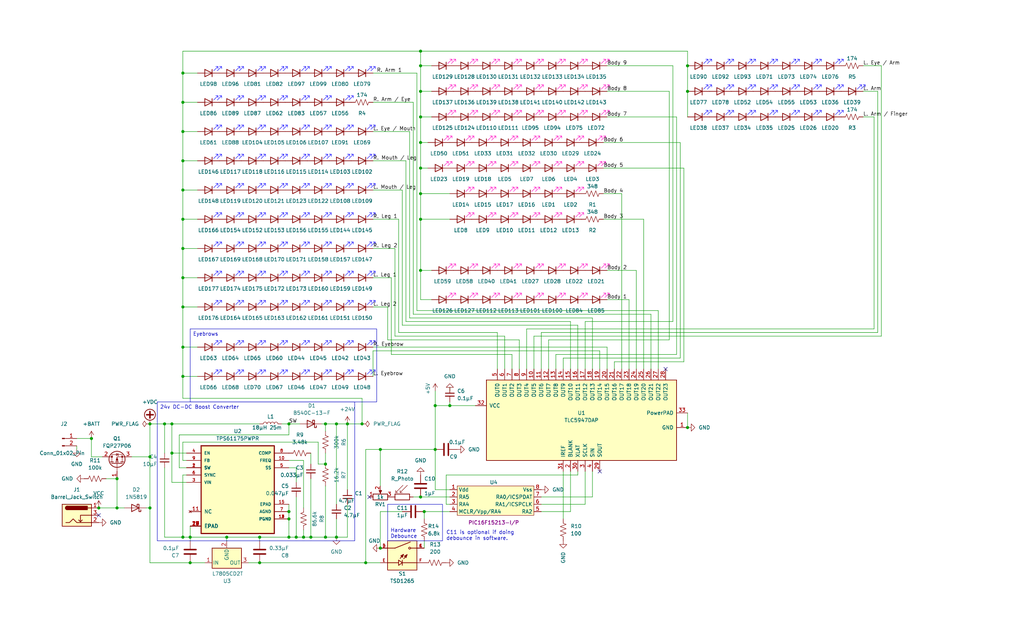
<source format=kicad_sch>
(kicad_sch (version 20230121) (generator eeschema)
  (paper "USLegal")
  (junction (at 146.05 76.2))
  (junction (at 90.17 195.58))
  (junction (at 146.05 22.86))
  (junction (at 52.07 147.32))
  (junction (at 125.73 147.32))
  (junction (at 146.05 17.78))
  (junction (at 63.5 66.04))
  (junction (at 113.03 186.69))
  (junction (at 63.5 35.56))
  (junction (at 238.76 31.75))
  (junction (at 31.75 152.4))
  (junction (at 66.04 195.58))
  (junction (at 63.5 76.2))
  (junction (at 63.5 186.69))
  (junction (at 57.15 147.32))
  (junction (at 151.13 140.97))
  (junction (at 102.87 186.69))
  (junction (at 113.03 161.29))
  (junction (at 52.07 158.75))
  (junction (at 105.41 186.69))
  (junction (at 63.5 55.88))
  (junction (at 90.17 186.69))
  (junction (at 120.65 147.32))
  (junction (at 147.32 177.8))
  (junction (at 127 195.58))
  (junction (at 132.08 190.5))
  (junction (at 146.05 93.98))
  (junction (at 63.5 130.81))
  (junction (at 116.84 147.32))
  (junction (at 100.33 177.8))
  (junction (at 100.33 147.32))
  (junction (at 34.29 176.53))
  (junction (at 146.05 58.42))
  (junction (at 107.95 186.69))
  (junction (at 146.05 31.75))
  (junction (at 52.07 176.53))
  (junction (at 40.64 176.53))
  (junction (at 63.5 45.72))
  (junction (at 100.33 180.34))
  (junction (at 132.08 156.21))
  (junction (at 151.13 156.21))
  (junction (at 238.76 148.59))
  (junction (at 63.5 120.65))
  (junction (at 66.04 186.69))
  (junction (at 113.03 147.32))
  (junction (at 63.5 106.68))
  (junction (at 100.33 186.69))
  (junction (at 238.76 22.86))
  (junction (at 78.74 186.69))
  (junction (at 63.5 86.36))
  (junction (at 59.69 157.48))
  (junction (at 63.5 96.52))
  (junction (at 59.69 147.32))
  (junction (at 146.05 49.53))
  (junction (at 116.84 186.69))
  (junction (at 156.21 140.97))
  (junction (at 146.05 67.31))
  (junction (at 146.05 172.72))
  (junction (at 40.64 166.37))
  (junction (at 146.05 40.64))
  (junction (at 63.5 25.4))
  (no_connect (at 128.27 172.72))
  (no_connect (at 231.14 128.27))
  (no_connect (at 208.28 163.83))
  (no_connect (at 34.29 179.07))
  (wire (pts (xy 233.68 22.86) (xy 233.68 111.76)))
  (wire (pts (xy 306.07 116.84) (xy 185.42 116.84)))
  (wire (pts (xy 151.13 156.21) (xy 151.13 170.18)))
  (wire (pts (xy 146.05 31.75) (xy 146.05 40.64)))
  (wire (pts (xy 151.13 140.97) (xy 156.21 140.97)))
  (wire (pts (xy 107.95 186.69) (xy 113.03 186.69)))
  (wire (pts (xy 132.08 190.5) (xy 132.08 177.8)))
  (wire (pts (xy 146.05 104.14) (xy 149.86 104.14)))
  (wire (pts (xy 63.5 55.88) (xy 68.58 55.88)))
  (wire (pts (xy 52.07 158.75) (xy 52.07 176.53)))
  (wire (pts (xy 146.05 76.2) (xy 146.05 93.98)))
  (wire (pts (xy 63.5 96.52) (xy 63.5 106.68)))
  (wire (pts (xy 143.51 35.56) (xy 143.51 109.22)))
  (wire (pts (xy 205.74 128.27) (xy 205.74 110.49)))
  (wire (pts (xy 146.05 67.31) (xy 146.05 76.2)))
  (wire (pts (xy 100.33 162.56) (xy 102.87 162.56)))
  (wire (pts (xy 156.21 139.7) (xy 156.21 140.97)))
  (wire (pts (xy 90.17 195.58) (xy 86.36 195.58)))
  (wire (pts (xy 100.33 180.34) (xy 100.33 186.69)))
  (wire (pts (xy 116.84 147.32) (xy 120.65 147.32)))
  (wire (pts (xy 156.21 140.97) (xy 165.1 140.97)))
  (wire (pts (xy 146.05 22.86) (xy 146.05 31.75)))
  (wire (pts (xy 220.98 93.98) (xy 220.98 128.27)))
  (wire (pts (xy 63.5 66.04) (xy 63.5 76.2)))
  (wire (pts (xy 210.82 40.64) (xy 234.95 40.64)))
  (wire (pts (xy 100.33 177.8) (xy 100.33 180.34)))
  (wire (pts (xy 125.73 138.43) (xy 63.5 138.43)))
  (wire (pts (xy 116.84 175.26) (xy 116.84 147.32)))
  (wire (pts (xy 137.16 116.84) (xy 175.26 116.84)))
  (wire (pts (xy 129.54 121.92) (xy 129.54 130.81)))
  (wire (pts (xy 63.5 35.56) (xy 63.5 45.72)))
  (wire (pts (xy 102.87 186.69) (xy 100.33 186.69)))
  (wire (pts (xy 129.54 55.88) (xy 140.97 55.88)))
  (wire (pts (xy 182.88 114.3) (xy 182.88 128.27)))
  (wire (pts (xy 303.53 40.64) (xy 303.53 114.3)))
  (wire (pts (xy 213.36 125.73) (xy 213.36 128.27)))
  (wire (pts (xy 134.62 118.11) (xy 180.34 118.11)))
  (wire (pts (xy 146.05 93.98) (xy 146.05 104.14)))
  (wire (pts (xy 135.89 123.19) (xy 177.8 123.19)))
  (wire (pts (xy 52.07 195.58) (xy 52.07 176.53)))
  (wire (pts (xy 63.5 55.88) (xy 63.5 66.04)))
  (wire (pts (xy 78.74 187.96) (xy 78.74 186.69)))
  (wire (pts (xy 203.2 163.83) (xy 203.2 175.26)))
  (wire (pts (xy 144.78 25.4) (xy 144.78 107.95)))
  (wire (pts (xy 137.16 86.36) (xy 137.16 116.84)))
  (wire (pts (xy 113.03 147.32) (xy 113.03 149.86)))
  (wire (pts (xy 146.05 49.53) (xy 146.05 58.42)))
  (wire (pts (xy 59.69 147.32) (xy 90.17 147.32)))
  (wire (pts (xy 129.54 106.68) (xy 134.62 106.68)))
  (wire (pts (xy 238.76 22.86) (xy 238.76 31.75)))
  (wire (pts (xy 146.05 172.72) (xy 156.21 172.72)))
  (wire (pts (xy 193.04 123.19) (xy 193.04 128.27)))
  (wire (pts (xy 209.55 76.2) (xy 223.52 76.2)))
  (wire (pts (xy 45.72 158.75) (xy 52.07 158.75)))
  (wire (pts (xy 209.55 58.42) (xy 237.49 58.42)))
  (wire (pts (xy 31.75 152.4) (xy 31.75 158.75)))
  (wire (pts (xy 198.12 128.27) (xy 198.12 111.76)))
  (wire (pts (xy 147.32 177.8) (xy 156.21 177.8)))
  (wire (pts (xy 31.75 158.75) (xy 35.56 158.75)))
  (wire (pts (xy 147.32 187.96) (xy 147.32 190.5)))
  (wire (pts (xy 146.05 31.75) (xy 149.86 31.75)))
  (wire (pts (xy 64.77 165.1) (xy 63.5 165.1)))
  (wire (pts (xy 138.43 76.2) (xy 138.43 115.57)))
  (wire (pts (xy 34.29 176.53) (xy 40.64 176.53)))
  (wire (pts (xy 100.33 147.32) (xy 100.33 151.13)))
  (wire (pts (xy 40.64 176.53) (xy 43.18 176.53)))
  (wire (pts (xy 102.87 167.64) (xy 102.87 162.56)))
  (wire (pts (xy 62.23 151.13) (xy 100.33 151.13)))
  (wire (pts (xy 113.03 186.69) (xy 116.84 186.69)))
  (wire (pts (xy 182.88 114.3) (xy 303.53 114.3)))
  (wire (pts (xy 57.15 186.69) (xy 63.5 186.69)))
  (wire (pts (xy 129.54 25.4) (xy 144.78 25.4)))
  (wire (pts (xy 63.5 45.72) (xy 68.58 45.72)))
  (wire (pts (xy 140.97 111.76) (xy 198.12 111.76)))
  (wire (pts (xy 52.07 147.32) (xy 57.15 147.32)))
  (wire (pts (xy 102.87 172.72) (xy 102.87 186.69)))
  (wire (pts (xy 63.5 130.81) (xy 63.5 138.43)))
  (wire (pts (xy 210.82 31.75) (xy 232.41 31.75)))
  (wire (pts (xy 100.33 147.32) (xy 104.14 147.32)))
  (wire (pts (xy 63.5 96.52) (xy 68.58 96.52)))
  (wire (pts (xy 64.77 160.02) (xy 63.5 160.02)))
  (wire (pts (xy 129.54 120.65) (xy 210.82 120.65)))
  (wire (pts (xy 236.22 49.53) (xy 236.22 124.46)))
  (wire (pts (xy 198.12 177.8) (xy 187.96 177.8)))
  (wire (pts (xy 129.54 66.04) (xy 139.7 66.04)))
  (wire (pts (xy 129.54 96.52) (xy 135.89 96.52)))
  (wire (pts (xy 63.5 45.72) (xy 63.5 55.88)))
  (wire (pts (xy 190.5 118.11) (xy 190.5 128.27)))
  (wire (pts (xy 299.72 22.86) (xy 306.07 22.86)))
  (wire (pts (xy 304.8 31.75) (xy 304.8 115.57)))
  (wire (pts (xy 63.5 186.69) (xy 66.04 186.69)))
  (wire (pts (xy 113.03 161.29) (xy 113.03 157.48)))
  (wire (pts (xy 100.33 175.26) (xy 100.33 177.8)))
  (wire (pts (xy 63.5 160.02) (xy 63.5 153.67)))
  (wire (pts (xy 63.5 106.68) (xy 68.58 106.68)))
  (wire (pts (xy 129.54 76.2) (xy 138.43 76.2)))
  (wire (pts (xy 146.05 22.86) (xy 149.86 22.86)))
  (wire (pts (xy 132.08 156.21) (xy 132.08 168.91)))
  (wire (pts (xy 210.82 128.27) (xy 210.82 120.65)))
  (wire (pts (xy 63.5 153.67) (xy 110.49 153.67)))
  (wire (pts (xy 237.49 125.73) (xy 213.36 125.73)))
  (wire (pts (xy 203.2 111.76) (xy 233.68 111.76)))
  (wire (pts (xy 142.24 45.72) (xy 142.24 110.49)))
  (wire (pts (xy 172.72 115.57) (xy 172.72 128.27)))
  (wire (pts (xy 138.43 115.57) (xy 172.72 115.57)))
  (wire (pts (xy 238.76 17.78) (xy 146.05 17.78)))
  (wire (pts (xy 129.54 35.56) (xy 143.51 35.56)))
  (wire (pts (xy 63.5 86.36) (xy 68.58 86.36)))
  (wire (pts (xy 120.65 170.18) (xy 120.65 147.32)))
  (wire (pts (xy 154.94 165.1) (xy 154.94 175.26)))
  (wire (pts (xy 195.58 124.46) (xy 195.58 128.27)))
  (wire (pts (xy 195.58 163.83) (xy 195.58 180.34)))
  (wire (pts (xy 100.33 186.69) (xy 90.17 186.69)))
  (wire (pts (xy 107.95 157.48) (xy 107.95 161.29)))
  (wire (pts (xy 100.33 147.32) (xy 97.79 147.32)))
  (wire (pts (xy 64.77 162.56) (xy 62.23 162.56)))
  (wire (pts (xy 90.17 186.69) (xy 78.74 186.69)))
  (wire (pts (xy 238.76 22.86) (xy 238.76 17.78)))
  (wire (pts (xy 59.69 157.48) (xy 59.69 167.64)))
  (wire (pts (xy 63.5 66.04) (xy 68.58 66.04)))
  (wire (pts (xy 26.67 156.21) (xy 26.67 154.94)))
  (wire (pts (xy 144.78 107.95) (xy 228.6 107.95)))
  (wire (pts (xy 208.28 128.27) (xy 208.28 121.92)))
  (wire (pts (xy 203.2 111.76) (xy 203.2 128.27)))
  (wire (pts (xy 151.13 140.97) (xy 151.13 156.21)))
  (wire (pts (xy 228.6 128.27) (xy 228.6 107.95)))
  (wire (pts (xy 66.04 182.88) (xy 66.04 186.69)))
  (wire (pts (xy 63.5 165.1) (xy 63.5 186.69)))
  (wire (pts (xy 238.76 143.51) (xy 238.76 148.59)))
  (wire (pts (xy 187.96 115.57) (xy 187.96 128.27)))
  (wire (pts (xy 234.95 123.19) (xy 193.04 123.19)))
  (wire (pts (xy 63.5 25.4) (xy 68.58 25.4)))
  (wire (pts (xy 105.41 160.02) (xy 105.41 176.53)))
  (wire (pts (xy 116.84 186.69) (xy 120.65 186.69)))
  (wire (pts (xy 226.06 128.27) (xy 226.06 109.22)))
  (wire (pts (xy 107.95 166.37) (xy 107.95 186.69)))
  (wire (pts (xy 156.21 134.62) (xy 156.21 135.89)))
  (wire (pts (xy 36.83 166.37) (xy 40.64 166.37)))
  (wire (pts (xy 146.05 172.72) (xy 143.51 172.72)))
  (wire (pts (xy 306.07 22.86) (xy 306.07 116.84)))
  (wire (pts (xy 185.42 116.84) (xy 185.42 128.27)))
  (wire (pts (xy 90.17 186.69) (xy 90.17 187.96)))
  (wire (pts (xy 63.5 106.68) (xy 63.5 120.65)))
  (wire (pts (xy 232.41 118.11) (xy 190.5 118.11)))
  (wire (pts (xy 146.05 40.64) (xy 149.86 40.64)))
  (wire (pts (xy 237.49 58.42) (xy 237.49 125.73)))
  (wire (pts (xy 132.08 156.21) (xy 151.13 156.21)))
  (wire (pts (xy 64.77 167.64) (xy 59.69 167.64)))
  (wire (pts (xy 146.05 17.78) (xy 146.05 22.86)))
  (wire (pts (xy 100.33 160.02) (xy 105.41 160.02)))
  (wire (pts (xy 129.54 45.72) (xy 142.24 45.72)))
  (wire (pts (xy 151.13 135.89) (xy 151.13 140.97)))
  (wire (pts (xy 113.03 168.91) (xy 113.03 186.69)))
  (wire (pts (xy 142.24 110.49) (xy 205.74 110.49)))
  (wire (pts (xy 90.17 195.58) (xy 127 195.58)))
  (wire (pts (xy 187.96 115.57) (xy 304.8 115.57)))
  (wire (pts (xy 218.44 128.27) (xy 218.44 104.14)))
  (wire (pts (xy 180.34 118.11) (xy 180.34 128.27)))
  (wire (pts (xy 299.72 40.64) (xy 303.53 40.64)))
  (wire (pts (xy 135.89 96.52) (xy 135.89 123.19)))
  (wire (pts (xy 210.82 93.98) (xy 220.98 93.98)))
  (wire (pts (xy 210.82 22.86) (xy 233.68 22.86)))
  (wire (pts (xy 111.76 147.32) (xy 113.03 147.32)))
  (wire (pts (xy 234.95 40.64) (xy 234.95 123.19)))
  (wire (pts (xy 127 156.21) (xy 132.08 156.21)))
  (wire (pts (xy 113.03 147.32) (xy 116.84 147.32)))
  (wire (pts (xy 146.05 58.42) (xy 148.59 58.42)))
  (wire (pts (xy 187.96 172.72) (xy 205.74 172.72)))
  (wire (pts (xy 129.54 121.92) (xy 208.28 121.92)))
  (wire (pts (xy 110.49 161.29) (xy 110.49 153.67)))
  (wire (pts (xy 156.21 76.2) (xy 146.05 76.2)))
  (wire (pts (xy 71.12 195.58) (xy 66.04 195.58)))
  (wire (pts (xy 200.66 128.27) (xy 200.66 113.03)))
  (wire (pts (xy 40.64 166.37) (xy 40.64 176.53)))
  (wire (pts (xy 232.41 31.75) (xy 232.41 118.11)))
  (wire (pts (xy 26.67 152.4) (xy 31.75 152.4)))
  (wire (pts (xy 139.7 113.03) (xy 200.66 113.03)))
  (wire (pts (xy 175.26 116.84) (xy 175.26 128.27)))
  (wire (pts (xy 66.04 186.69) (xy 78.74 186.69)))
  (wire (pts (xy 63.5 86.36) (xy 63.5 96.52)))
  (wire (pts (xy 63.5 17.78) (xy 63.5 25.4)))
  (wire (pts (xy 200.66 165.1) (xy 154.94 165.1)))
  (wire (pts (xy 59.69 147.32) (xy 59.69 157.48)))
  (wire (pts (xy 299.72 31.75) (xy 304.8 31.75)))
  (wire (pts (xy 66.04 186.69) (xy 66.04 187.96)))
  (wire (pts (xy 209.55 49.53) (xy 236.22 49.53)))
  (wire (pts (xy 63.5 76.2) (xy 68.58 76.2)))
  (wire (pts (xy 236.22 124.46) (xy 195.58 124.46)))
  (wire (pts (xy 238.76 31.75) (xy 238.76 40.64)))
  (wire (pts (xy 140.97 55.88) (xy 140.97 111.76)))
  (wire (pts (xy 215.9 67.31) (xy 215.9 128.27)))
  (wire (pts (xy 116.84 180.34) (xy 116.84 186.69)))
  (wire (pts (xy 59.69 157.48) (xy 64.77 157.48)))
  (wire (pts (xy 127 195.58) (xy 127 156.21)))
  (wire (pts (xy 146.05 40.64) (xy 146.05 49.53)))
  (wire (pts (xy 177.8 123.19) (xy 177.8 128.27)))
  (wire (pts (xy 57.15 186.69) (xy 57.15 162.56)))
  (wire (pts (xy 205.74 163.83) (xy 205.74 172.72)))
  (wire (pts (xy 105.41 186.69) (xy 107.95 186.69)))
  (wire (pts (xy 154.94 175.26) (xy 156.21 175.26)))
  (wire (pts (xy 52.07 147.32) (xy 52.07 158.75)))
  (wire (pts (xy 147.32 177.8) (xy 147.32 180.34)))
  (wire (pts (xy 132.08 177.8) (xy 139.7 177.8)))
  (wire (pts (xy 187.96 175.26) (xy 203.2 175.26)))
  (wire (pts (xy 143.51 109.22) (xy 226.06 109.22)))
  (wire (pts (xy 156.21 67.31) (xy 146.05 67.31)))
  (wire (pts (xy 146.05 17.78) (xy 63.5 17.78)))
  (wire (pts (xy 120.65 147.32) (xy 125.73 147.32)))
  (wire (pts (xy 132.08 195.58) (xy 127 195.58)))
  (wire (pts (xy 57.15 147.32) (xy 57.15 157.48)))
  (wire (pts (xy 63.5 25.4) (xy 63.5 35.56)))
  (wire (pts (xy 156.21 170.18) (xy 151.13 170.18)))
  (wire (pts (xy 129.54 86.36) (xy 137.16 86.36)))
  (wire (pts (xy 146.05 58.42) (xy 146.05 67.31)))
  (wire (pts (xy 223.52 76.2) (xy 223.52 128.27)))
  (wire (pts (xy 63.5 35.56) (xy 68.58 35.56)))
  (wire (pts (xy 102.87 186.69) (xy 105.41 186.69)))
  (wire (pts (xy 62.23 162.56) (xy 62.23 151.13)))
  (wire (pts (xy 200.66 163.83) (xy 200.66 165.1)))
  (wire (pts (xy 105.41 184.15) (xy 105.41 186.69)))
  (wire (pts (xy 52.07 195.58) (xy 66.04 195.58)))
  (wire (pts (xy 63.5 120.65) (xy 63.5 130.81)))
  (wire (pts (xy 198.12 163.83) (xy 198.12 177.8)))
  (wire (pts (xy 63.5 76.2) (xy 63.5 86.36)))
  (wire (pts (xy 209.55 67.31) (xy 215.9 67.31)))
  (wire (pts (xy 63.5 120.65) (xy 68.58 120.65)))
  (wire (pts (xy 125.73 147.32) (xy 125.73 138.43)))
  (wire (pts (xy 146.05 93.98) (xy 149.86 93.98)))
  (wire (pts (xy 63.5 130.81) (xy 68.58 130.81)))
  (wire (pts (xy 134.62 106.68) (xy 134.62 118.11)))
  (wire (pts (xy 59.69 147.32) (xy 57.15 147.32)))
  (wire (pts (xy 210.82 104.14) (xy 218.44 104.14)))
  (wire (pts (xy 120.65 175.26) (xy 120.65 186.69)))
  (wire (pts (xy 113.03 161.29) (xy 110.49 161.29)))
  (wire (pts (xy 139.7 66.04) (xy 139.7 113.03)))
  (wire (pts (xy 146.05 49.53) (xy 148.59 49.53)))
  (wire (pts (xy 50.8 176.53) (xy 52.07 176.53)))
  (text_box "Hardware Debounce" (at 134.62 175.26 0) (size 19.05 12.7) (effects (font (size 1.27 1.27)) (justify left bottom)))
  (text_box "Eyebrows" (at 66.04 114.3 0) (size 64.77 25.4) (effects (font (size 1.27 1.27)) (justify left top)))
  (text_box "24v DC-DC Boost Converter" (at 54.61 139.7 0) (size 68.58 48.26) (effects (font (size 1.27 1.27)) (justify left top)))
  (text "C11 is optional if doing\ndebounce in software." (at 154.94 187.96 0) (effects (font (size 1.27 1.27)) (justify left bottom)))
  (text "v0.2" (at 402.59 264.16 0) (effects (font (size 2 2)) (justify left bottom)))
  (text "Err" (at 322.58 260.35 0) (effects (font (size 2 2)) (justify left bottom)))
  (label "L. Arm {slash} Finger" (at 299.72 40.64 0))
  (label "L. Leg 1" (at 129.54 96.52 0))
  (label "R. Arm {slash} Eye" (at 129.54 35.56 0))
  (label "R. Arm 1" (at 130.81 25.4 0))
  (label "Body 4" (at 209.55 67.31 0))
  (label "R. Eyebrow" (at 129.54 120.65 0))
  (label "L. Eye {slash} Arm" (at 299.72 22.86 0))
  (label "L. Eyebrow" (at 129.54 130.81 0))
  (label "R. Leg 1" (at 129.54 76.2 0))
  (label "Body 8" (at 210.82 31.75 0))
  (label "R. Leg 2" (at 129.54 86.36 0))
  (label "Body 7" (at 210.82 40.64 0))
  (label "Body 6" (at 209.55 49.53 0))
  (label "L. Eye {slash} Mouth" (at 129.54 45.72 0))
  (label "Body 5" (at 209.55 58.42 0))
  (label "SW" (at 100.33 147.32 0))
  (label "R. Mouth {slash} Leg" (at 129.54 55.88 0))
  (label "Body 3" (at 209.55 76.2 0))
  (label "L. Arm" (at 299.72 31.75 0))
  (label "Body 1" (at 210.82 104.14 0))
  (label "Body 9" (at 210.82 22.86 0))
  (label "Body 2" (at 210.82 93.98 0))
  (label "L. Leg 2" (at 129.54 106.68 0))
  (label "L. Mouth {slash} Leg" (at 129.54 66.04 0))
  (symbol (lib_id "Device:Pink LED") (at 176.53 104.14 180) (unit 1)
    (property "Reference" "LED113" (at 176.53 107.95 0))
    (property "Value" "LED" (effects hide))
    (property "Footprint" "LED_THT:LED_D10.0mm" (effects hide))
    (property "Part" "10mm Pink LED" (effects hide))
  )
  (symbol (lib_id "Device:Blue LED") (at 72.39 55.88 180) (unit 1)
    (property "Reference" "LED146" (at 72.39 59.69 0))
    (property "Value" "LED" (effects hide))
    (property "Footprint" "LED_THT:LED_D10.0mm" (effects hide))
    (property "Part" "10mm Blue LED" (effects hide))
  )
  (symbol (lib_id "Device:Blue LED") (at 125.73 66.04 180) (unit 1)
    (property "Reference" "LED109" (at 125.73 69.85 0))
    (property "Value" "LED" (effects hide))
    (property "Footprint" "LED_THT:LED_D10.0mm" (effects hide))
    (property "Part" "10mm Blue LED" (effects hide))
  )
  (symbol (lib_id "Device:C_Small") (at 156.21 137.16 0) (unit 1)
    (property "Reference" "C6" (at 158.75 135.8963 0) (effects (justify left)))
    (property "Value" "0.1µF" (at 158.75 138.4363 0) (effects (justify left)))
    (property "Footprint" "Capacitor_SMD:C_0805_2012Metric_Pad1.18x1.45mm_HandSolder" (effects hide))
    (property "Datasheet" "https://search.murata.co.jp/Ceramy/image/img/A01X/G101/ENG/GRM31CR71H475KA12-01.pdf" (effects hide))
    (property "Part" "GRM31CR71H475KA12L" (effects hide))
  )
  (symbol (lib_id "Device:Pink LED") (at 167.64 67.31 180) (unit 1)
    (property "Reference" "LED15" (at 167.64 71.12 0))
    (property "Value" "LED" (effects hide))
    (property "Footprint" "LED_THT:LED_D10.0mm" (effects hide))
    (property "Part" "10mm Pink LED" (effects hide))
  )
  (symbol (lib_id "Device:Blue LED") (at 102.87 76.2 180) (unit 1)
    (property "Reference" "LED156" (at 102.87 80.01 0))
    (property "Value" "LED" (effects hide))
    (property "Footprint" "LED_THT:LED_D10.0mm" (effects hide))
    (property "Part" "10mm Blue LED" (effects hide))
  )
  (symbol (lib_id "Device:Blue LED") (at 125.73 130.81 180) (unit 1)
    (property "Reference" "LED48" (at 125.73 134.62 0))
    (property "Value" "LED" (effects hide))
    (property "Footprint" "LED_THT:LED_D10.0mm" (effects hide))
    (property "Part" "10mm Blue LED" (effects hide))
  )
  (symbol (lib_id "Device:Blue LED") (at 125.73 25.4 180) (unit 1)
    (property "Reference" "LED79" (at 125.73 29.21 0))
    (property "Value" "LED" (effects hide))
    (property "Footprint" "LED_THT:LED_D10.0mm" (effects hide))
    (property "Part" "10mm Blue LED" (effects hide))
  )
  (symbol (lib_id "Device:Pink LED") (at 161.29 31.75 180) (unit 1)
    (property "Reference" "LED136" (at 161.29 35.56 0))
    (property "Value" "LED" (effects hide))
    (property "Footprint" "LED_THT:LED_D10.0mm" (effects hide))
    (property "Part" "10mm Pink LED" (effects hide))
  )
  (symbol (lib_id "Connector:Barrel_Jack_Switch") (at 26.67 179.07 0) (unit 1)
    (property "Reference" "J1" (at 26.67 170.18 0))
    (property "Value" "Barrel_Jack_Switch" (at 26.67 172.72 0))
    (property "Footprint" "Connector_BarrelJack:BarrelJack_Wuerth_6941xx301002" (effects hide))
    (property "Part" "SparkFun PRT-00119" (effects hide))
  )
  (symbol (lib_id "Device:Pink LED") (at 152.4 58.42 180) (unit 1)
    (property "Reference" "LED23" (at 152.4 62.23 0))
    (property "Value" "LED" (effects hide))
    (property "Footprint" "LED_THT:LED_D10.0mm" (effects hide))
    (property "Part" "10mm Pink LED" (effects hide))
  )
  (symbol (lib_id "Device:Pink LED") (at 207.01 22.86 180) (unit 1)
    (property "Reference" "LED135" (at 207.01 26.67 0))
    (property "Value" "LED" (effects hide))
    (property "Footprint" "LED_THT:LED_D10.0mm" (effects hide))
    (property "Part" "10mm Pink LED" (effects hide))
  )
  (symbol (lib_id "Device:Blue LED") (at 118.11 25.4 180) (unit 1)
    (property "Reference" "LED80" (at 118.11 29.21 0))
    (property "Value" "LED" (effects hide))
    (property "Footprint" "LED_THT:LED_D10.0mm" (effects hide))
    (property "Part" "10mm Blue LED" (effects hide))
  )
  (symbol (lib_id "Device:Blue LED") (at 72.39 45.72 180) (unit 1)
    (property "Reference" "LED61" (at 72.39 49.53 0))
    (property "Value" "LED" (effects hide))
    (property "Footprint" "LED_THT:LED_D10.0mm" (effects hide))
    (property "Part" "10mm Blue LED" (effects hide))
  )
  (symbol (lib_id "power:+VDC") (at 52.07 147.32 0) (unit 1)
    (property "Reference" "#PWR023" (effects hide))
    (property "Value" "+VDC" (at 52.07 139.7 0))
  )
  (symbol (lib_id "Regulator_Linear:L7824") (at 78.74 195.58 0) (mirror x) (unit 1)
    (property "Reference" "U3" (at 77.47 201.93 0) (effects (justify left)))
    (property "Value" "L7805CD2T" (at 73.66 199.39 0) (effects (justify left)))
    (property "Footprint" "Package_TO_SOT_SMD:TO-263-2" (effects hide))
    (property "Datasheet" "http://www.st.com/content/ccc/resource/technical/document/datasheet/41/4f/b3/b0/12/d4/47/88/CD00000444.pdf/files/CD00000444.pdf/jcr:content/translations/en.CD00000444.pdf" (effects hide))
    (property "Part" "L7805CD2T" (effects hide))
  )
  (symbol (lib_id "Device:Pink LED") (at 167.64 49.53 180) (unit 1)
    (property "Reference" "LED33" (at 167.64 53.34 0))
    (property "Value" "LED" (effects hide))
    (property "Footprint" "LED_THT:LED_D10.0mm" (effects hide))
    (property "Part" "10mm Pink LED" (effects hide))
  )
  (symbol (lib_id "Device:Blue LED") (at 257.81 31.75 180) (unit 1)
    (property "Reference" "LED52" (at 257.81 35.56 0))
    (property "Value" "LED" (effects hide))
    (property "Footprint" "LED_THT:LED_D10.0mm" (effects hide))
    (property "Part" "10mm Blue LED" (effects hide))
  )
  (symbol (lib_id "Device:Pink LED") (at 153.67 31.75 180) (unit 1)
    (property "Reference" "LED137" (at 153.67 35.56 0))
    (property "Value" "LED" (effects hide))
    (property "Footprint" "LED_THT:LED_D10.0mm" (effects hide))
    (property "Part" "10mm Pink LED" (effects hide))
  )
  (symbol (lib_id "Device:Blue LED") (at 102.87 66.04 180) (unit 1)
    (property "Reference" "LED123" (at 102.87 69.85 0))
    (property "Value" "LED" (effects hide))
    (property "Footprint" "LED_THT:LED_D10.0mm" (effects hide))
    (property "Part" "10mm Blue LED" (effects hide))
  )
  (symbol (lib_id "power:GND") (at 26.67 156.21 0) (unit 1)
    (property "Reference" "#PWR019" (effects hide))
    (property "Value" "GND" (at 26.67 161.29 0))
  )
  (symbol (lib_id "Device:Pink LED") (at 160.02 58.42 180) (unit 1)
    (property "Reference" "LED19" (at 160.02 62.23 0))
    (property "Value" "LED" (effects hide))
    (property "Footprint" "LED_THT:LED_D10.0mm" (effects hide))
    (property "Part" "10mm Pink LED" (effects hide))
  )
  (symbol (lib_id "Device:C_Small") (at 57.15 160.02 0) (mirror y) (unit 1)
    (property "Reference" "C4" (at 54.61 158.7563 0) (effects (justify left)))
    (property "Value" "10µF" (at 54.61 161.2963 0) (effects (justify left)))
    (property "Footprint" "Capacitor_SMD:C_1206_3216Metric_Pad1.33x1.80mm_HandSolder" (effects hide))
    (property "Datasheet" "https://search.murata.co.jp/Ceramy/image/img/A01X/G101/ENG/GRM31CR71E106KA12-01.pdf" (effects hide))
    (property "Part" "GRM31CR71E106KA12L" (effects hide))
  )
  (symbol (lib_id "Device:Blue LED") (at 110.49 35.56 180) (unit 1)
    (property "Reference" "LED57" (at 110.49 39.37 0))
    (property "Value" "LED" (effects hide))
    (property "Footprint" "LED_THT:LED_D10.0mm" (effects hide))
    (property "Part" "10mm Blue LED" (effects hide))
  )
  (symbol (lib_id "Device:Pink LED") (at 176.53 40.64 180) (unit 1)
    (property "Reference" "LED111" (at 176.53 44.45 0))
    (property "Value" "LED" (effects hide))
    (property "Footprint" "LED_THT:LED_D10.0mm" (effects hide))
    (property "Part" "10mm Pink LED" (effects hide))
  )
  (symbol (lib_id "Device:Blue LED") (at 110.49 86.36 180) (unit 1)
    (property "Reference" "LED158" (at 110.49 90.17 0))
    (property "Value" "LED" (effects hide))
    (property "Footprint" "LED_THT:LED_D10.0mm" (effects hide))
    (property "Part" "10mm Blue LED" (effects hide))
  )
  (symbol (lib_id "Device:Blue LED") (at 87.63 55.88 180) (unit 1)
    (property "Reference" "LED118" (at 87.63 59.69 0))
    (property "Value" "LED" (effects hide))
    (property "Footprint" "LED_THT:LED_D10.0mm" (effects hide))
    (property "Part" "10mm Blue LED" (effects hide))
  )
  (symbol (lib_id "Device:R_US") (at 33.02 166.37 270) (unit 1)
    (property "Reference" "R11" (at 33.02 160.02 90))
    (property "Value" "100k" (at 33.02 162.56 90))
    (property "Footprint" "Resistor_THT:R_Axial_DIN0207_L6.3mm_D2.5mm_P10.16mm_Horizontal" (effects hide))
    (property "Part" "MFR-25FRF52-100K" (effects hide))
  )
  (symbol (lib_id "Device:Pink LED") (at 168.91 40.64 180) (unit 1)
    (property "Reference" "LED110" (at 168.91 44.45 0))
    (property "Value" "LED" (effects hide))
    (property "Footprint" "LED_THT:LED_D10.0mm" (effects hide))
    (property "Part" "10mm Pink LED" (effects hide))
  )
  (symbol (lib_id "power:GND") (at 154.94 195.58 90) (unit 1)
    (property "Reference" "#PWR018" (effects hide))
    (property "Value" "GND" (at 158.75 195.58 90) (effects (justify right)))
  )
  (symbol (lib_id "Device:Blue LED") (at 95.25 120.65 180) (unit 1)
    (property "Reference" "LED60" (at 95.25 124.46 0))
    (property "Value" "LED" (effects hide))
    (property "Footprint" "LED_THT:LED_D10.0mm" (effects hide))
    (property "Part" "10mm Blue LED" (effects hide))
  )
  (symbol (lib_id "Device:Blue LED") (at 118.11 86.36 180) (unit 1)
    (property "Reference" "LED157" (at 118.11 90.17 0))
    (property "Value" "LED" (effects hide))
    (property "Footprint" "LED_THT:LED_D10.0mm" (effects hide))
    (property "Part" "10mm Blue LED" (effects hide))
  )
  (symbol (lib_id "Device:Pink LED") (at 184.15 22.86 180) (unit 1)
    (property "Reference" "LED132" (at 184.15 26.67 0))
    (property "Value" "LED" (effects hide))
    (property "Footprint" "LED_THT:LED_D10.0mm" (effects hide))
    (property "Part" "10mm Pink LED" (effects hide))
  )
  (symbol (lib_id "Device:Blue LED") (at 80.01 96.52 180) (unit 1)
    (property "Reference" "LED174" (at 80.01 100.33 0))
    (property "Value" "LED" (effects hide))
    (property "Footprint" "LED_THT:LED_D10.0mm" (effects hide))
    (property "Part" "10mm Blue LED" (effects hide))
  )
  (symbol (lib_id "Device:C") (at 143.51 177.8 270) (unit 1)
    (property "Reference" "C11" (at 139.7 176.53 90))
    (property "Value" "1µF" (at 139.7 179.07 90))
    (property "Footprint" "Capacitor_THT:C_Disc_D5.1mm_W3.2mm_P5.00mm" (effects hide))
    (property "Part" "C330C105K5R5TA7301" (effects hide))
  )
  (symbol (lib_id "Device:Pink LED") (at 152.4 49.53 180) (unit 1)
    (property "Reference" "LED50" (at 152.4 53.34 0))
    (property "Value" "LED" (effects hide))
    (property "Footprint" "LED_THT:LED_D10.0mm" (effects hide))
    (property "Part" "10mm Pink LED" (effects hide))
  )
  (symbol (lib_id "Device:Blue LED") (at 80.01 106.68 180) (unit 1)
    (property "Reference" "LED164" (at 80.01 110.49 0))
    (property "Value" "LED" (effects hide))
    (property "Footprint" "LED_THT:LED_D10.0mm" (effects hide))
    (property "Part" "10mm Blue LED" (effects hide))
  )
  (symbol (lib_id "Device:Pink LED") (at 168.91 31.75 180) (unit 1)
    (property "Reference" "LED139" (at 168.91 35.56 0))
    (property "Value" "LED" (effects hide))
    (property "Footprint" "LED_THT:LED_D10.0mm" (effects hide))
    (property "Part" "10mm Pink LED" (effects hide))
  )
  (symbol (lib_id "Device:Blue LED") (at 250.19 40.64 180) (unit 1)
    (property "Reference" "LED37" (at 250.19 44.45 0))
    (property "Value" "LED" (effects hide))
    (property "Footprint" "LED_THT:LED_D10.0mm" (effects hide))
    (property "Part" "10mm Blue LED" (effects hide))
  )
  (symbol (lib_id "Device:R_US") (at 205.74 67.31 90) (unit 1)
    (property "Reference" "R1" (at 205.74 71.12 90))
    (property "Value" "348" (at 205.74 64.77 90))
    (property "Footprint" "Resistor_THT:R_Axial_DIN0207_L6.3mm_D2.5mm_P10.16mm_Horizontal" (effects hide))
    (property "Part" "MFR-25FBF52-348R" (effects hide))
  )
  (symbol (lib_id "Device:Blue LED") (at 87.63 25.4 180) (unit 1)
    (property "Reference" "LED81" (at 87.63 29.21 0))
    (property "Value" "LED" (effects hide))
    (property "Footprint" "LED_THT:LED_D10.0mm" (effects hide))
    (property "Part" "10mm Blue LED" (effects hide))
  )
  (symbol (lib_id "Device:Pink LED") (at 160.02 49.53 180) (unit 1)
    (property "Reference" "LED51" (at 160.02 53.34 0))
    (property "Value" "LED" (effects hide))
    (property "Footprint" "LED_THT:LED_D10.0mm" (effects hide))
    (property "Part" "10mm Pink LED" (effects hide))
  )
  (symbol (lib_id "Device:Pink LED") (at 167.64 58.42 180) (unit 1)
    (property "Reference" "LED18" (at 167.64 62.23 0))
    (property "Value" "LED" (effects hide))
    (property "Footprint" "LED_THT:LED_D10.0mm" (effects hide))
    (property "Part" "10mm Pink LED" (effects hide))
  )
  (symbol (lib_id "Device:Blue LED") (at 257.81 22.86 180) (unit 1)
    (property "Reference" "LED93" (at 257.81 26.67 0))
    (property "Value" "LED" (effects hide))
    (property "Footprint" "LED_THT:LED_D10.0mm" (effects hide))
    (property "Part" "10mm Blue LED" (effects hide))
  )
  (symbol (lib_id "Device:Pink LED") (at 190.5 49.53 180) (unit 1)
    (property "Reference" "LED30" (at 190.5 53.34 0))
    (property "Value" "LED" (effects hide))
    (property "Footprint" "LED_THT:LED_D10.0mm" (effects hide))
    (property "Part" "10mm Pink LED" (effects hide))
  )
  (symbol (lib_id "Device:Blue LED") (at 102.87 25.4 180) (unit 1)
    (property "Reference" "LED97" (at 102.87 29.21 0))
    (property "Value" "LED" (effects hide))
    (property "Footprint" "LED_THT:LED_D10.0mm" (effects hide))
    (property "Part" "10mm Blue LED" (effects hide))
  )
  (symbol (lib_id "Device:Blue LED") (at 72.39 35.56 180) (unit 1)
    (property "Reference" "LED86" (at 72.39 39.37 0))
    (property "Value" "LED" (effects hide))
    (property "Footprint" "LED_THT:LED_D10.0mm" (effects hide))
    (property "Part" "10mm Blue LED" (effects hide))
  )
  (symbol (lib_id "Device:R_US") (at 113.03 153.67 180) (unit 1)
    (property "Reference" "R6" (at 119.38 153.67 90))
    (property "Value" "300k" (at 116.84 153.67 90))
    (property "Footprint" "Resistor_SMD:R_0603_1608Metric_Pad0.98x0.95mm_HandSolder" (effects hide))
    (property "Datasheet" "https://www.yageo.com/upload/media/product/products/datasheet/rchip/PYu-RC_Group_51_RoHS_L_12.pdf" (effects hide))
    (property "Part" "RC0603FR-07300KL" (effects hide))
  )
  (symbol (lib_id "Device:Pink LED") (at 184.15 31.75 180) (unit 1)
    (property "Reference" "LED141" (at 184.15 35.56 0))
    (property "Value" "LED" (effects hide))
    (property "Footprint" "LED_THT:LED_D10.0mm" (effects hide))
    (property "Part" "10mm Pink LED" (effects hide))
  )
  (symbol (lib_id "Device:Pink LED") (at 198.12 67.31 180) (unit 1)
    (property "Reference" "LED2" (at 198.12 71.12 0))
    (property "Value" "LED" (effects hide))
    (property "Footprint" "LED_THT:LED_D10.0mm" (effects hide))
    (property "Part" "10mm Pink LED" (effects hide))
  )
  (symbol (lib_id "Device:Blue LED") (at 265.43 40.64 180) (unit 1)
    (property "Reference" "LED35" (at 265.43 44.45 0))
    (property "Value" "LED" (effects hide))
    (property "Footprint" "LED_THT:LED_D10.0mm" (effects hide))
    (property "Part" "10mm Blue LED" (effects hide))
  )
  (symbol (lib_id "Device:Blue LED") (at 80.01 130.81 180) (unit 1)
    (property "Reference" "LED68" (at 80.01 134.62 0))
    (property "Value" "LED" (effects hide))
    (property "Footprint" "LED_THT:LED_D10.0mm" (effects hide))
    (property "Part" "10mm Blue LED" (effects hide))
  )
  (symbol (lib_id "Device:Pink LED") (at 182.88 67.31 180) (unit 1)
    (property "Reference" "LED16" (at 182.88 71.12 0))
    (property "Value" "LED" (effects hide))
    (property "Footprint" "LED_THT:LED_D10.0mm" (effects hide))
    (property "Part" "10mm Pink LED" (effects hide))
  )
  (symbol (lib_id "Device:Blue LED") (at 95.25 25.4 180) (unit 1)
    (property "Reference" "LED82" (at 95.25 29.21 0))
    (property "Value" "LED" (effects hide))
    (property "Footprint" "LED_THT:LED_D10.0mm" (effects hide))
    (property "Part" "10mm Blue LED" (effects hide))
  )
  (symbol (lib_id "Device:Pink LED") (at 161.29 104.14 180) (unit 1)
    (property "Reference" "LED127" (at 161.29 107.95 0))
    (property "Value" "LED" (effects hide))
    (property "Footprint" "LED_THT:LED_D10.0mm" (effects hide))
    (property "Part" "10mm Pink LED" (effects hide))
  )
  (symbol (lib_id "Device:Blue LED") (at 265.43 31.75 180) (unit 1)
    (property "Reference" "LED54" (at 265.43 35.56 0))
    (property "Value" "LED" (effects hide))
    (property "Footprint" "LED_THT:LED_D10.0mm" (effects hide))
    (property "Part" "10mm Blue LED" (effects hide))
  )
  (symbol (lib_id "Device:Pink LED") (at 176.53 93.98 180) (unit 1)
    (property "Reference" "LED41" (at 176.53 97.79 0))
    (property "Value" "LED" (effects hide))
    (property "Footprint" "LED_THT:LED_D10.0mm" (effects hide))
    (property "Part" "10mm Pink LED" (effects hide))
  )
  (symbol (lib_id "power:PWR_FLAG") (at 125.73 147.32 270) (unit 1)
    (property "Reference" "#FLG01" (effects hide))
    (property "Value" "PWR_FLAG" (at 129.54 147.32 90) (effects (justify left)))
  )
  (symbol (lib_id "Device:R_US") (at 113.03 165.1 180) (unit 1)
    (property "Reference" "R7" (at 119.38 165.1 90))
    (property "Value" "16.2k" (at 116.84 165.1 90))
    (property "Footprint" "Resistor_SMD:R_0402_1005Metric_Pad0.72x0.64mm_HandSolder" (effects hide))
    (property "Datasheet" "https://www.vishay.com/docs/20035/dcrcwe3.pdf" (effects hide))
    (property "Part" "CRCW040216K2FKED" (effects hide))
  )
  (symbol (lib_id "Device:R_US") (at 151.13 195.58 270) (unit 1)
    (property "Reference" "R13" (at 151.13 189.23 90))
    (property "Value" "200" (at 151.13 191.77 90))
    (property "Footprint" "Resistor_THT:R_Axial_DIN0207_L6.3mm_D2.5mm_P10.16mm_Horizontal" (effects hide))
    (property "Part" "MFR-25FRF52-200R" (effects hide))
  )
  (symbol (lib_id "Device:Blue LED") (at 72.39 130.81 180) (unit 1)
    (property "Reference" "LED66" (at 72.39 134.62 0))
    (property "Value" "LED" (effects hide))
    (property "Footprint" "LED_THT:LED_D10.0mm" (effects hide))
    (property "Part" "10mm Blue LED" (effects hide))
  )
  (symbol (lib_id "Device:Blue LED") (at 125.73 106.68 180) (unit 1)
    (property "Reference" "LED150" (at 125.73 110.49 0))
    (property "Value" "LED" (effects hide))
    (property "Footprint" "LED_THT:LED_D10.0mm" (effects hide))
    (property "Part" "10mm Blue LED" (effects hide))
  )
  (symbol (lib_id "power:GND") (at 187.96 170.18 90) (unit 1)
    (property "Reference" "#PWR013" (effects hide))
    (property "Value" "GND" (at 191.77 170.18 90) (effects (justify right)))
  )
  (symbol (lib_id "Device:Blue LED") (at 95.25 66.04 180) (unit 1)
    (property "Reference" "LED121" (at 95.25 69.85 0))
    (property "Value" "LED" (effects hide))
    (property "Footprint" "LED_THT:LED_D10.0mm" (effects hide))
    (property "Part" "10mm Blue LED" (effects hide))
  )
  (symbol (lib_id "Diode:1N5819") (at 46.99 176.53 180) (unit 1)
    (property "Reference" "D2" (at 47.3075 170.18 0))
    (property "Value" "1N5819" (at 47.3075 172.72 0))
    (property "Footprint" "Diode_THT:D_DO-41_SOD81_P10.16mm_Horizontal" (effects hide))
    (property "Datasheet" "http://www.vishay.com/docs/88525/1n5817.pdf" (effects hide))
    (property "Part" "1N5819" (effects hide))
  )
  (symbol (lib_id "power:VCC") (at 34.29 176.53 0) (unit 1)
    (property "Reference" "#PWR021" (effects hide))
    (property "Value" "VCC" (at 34.29 171.45 0))
  )
  (symbol (lib_id "power:GND") (at 156.21 135.89 180) (unit 1)
    (property "Reference" "#PWR07" (effects hide))
    (property "Value" "GND" (at 156.21 130.81 0))
  )
  (symbol (lib_id "Device:Blue LED") (at 118.11 45.72 180) (unit 1)
    (property "Reference" "LED91" (at 118.11 49.53 0))
    (property "Value" "LED" (effects hide))
    (property "Footprint" "LED_THT:LED_D10.0mm" (effects hide))
    (property "Part" "10mm Blue LED" (effects hide))
  )
  (symbol (lib_id "Device:Blue LED") (at 95.25 106.68 180) (unit 1)
    (property "Reference" "LED163" (at 95.25 110.49 0))
    (property "Value" "LED" (effects hide))
    (property "Footprint" "LED_THT:LED_D10.0mm" (effects hide))
    (property "Part" "10mm Blue LED" (effects hide))
  )
  (symbol (lib_id "Device:Blue LED") (at 110.49 96.52 180) (unit 1)
    (property "Reference" "LED160" (at 110.49 100.33 0))
    (property "Value" "LED" (effects hide))
    (property "Footprint" "LED_THT:LED_D10.0mm" (effects hide))
    (property "Part" "10mm Blue LED" (effects hide))
  )
  (symbol (lib_id "Device:Blue LED") (at 118.11 66.04 180) (unit 1)
    (property "Reference" "LED108" (at 118.11 69.85 0))
    (property "Value" "LED" (effects hide))
    (property "Footprint" "LED_THT:LED_D10.0mm" (effects hide))
    (property "Part" "10mm Blue LED" (effects hide))
  )
  (symbol (lib_id "Diode:1N5819") (at 107.95 147.32 180) (unit 1)
    (property "Reference" "D1" (at 108.2675 140.97 0))
    (property "Value" "B540C-13-F" (at 108.2675 143.51 0))
    (property "Footprint" "Diode_SMD:D_SMC-RM10_Universal_Handsoldering" (effects hide))
    (property "Datasheet" "https://www.diodes.com/assets/Datasheets/B520C-B560C.pdf" (effects hide))
    (property "Part" "B540C-13-F" (effects hide))
  )
  (symbol (lib_id "Device:Blue LED") (at 118.11 35.56 180) (unit 1)
    (property "Reference" "LED56" (at 118.11 39.37 0))
    (property "Value" "LED" (effects hide))
    (property "Footprint" "LED_THT:LED_D10.0mm" (effects hide))
    (property "Part" "10mm Blue LED" (effects hide))
  )
  (symbol (lib_id "Device:Blue LED") (at 125.73 120.65 180) (unit 1)
    (property "Reference" "LED43" (at 125.73 124.46 0))
    (property "Value" "LED" (effects hide))
    (property "Footprint" "LED_THT:LED_D10.0mm" (effects hide))
    (property "Part" "10mm Blue LED" (effects hide))
  )
  (symbol (lib_id "Device:R_US") (at 195.58 184.15 180) (unit 1)
    (property "Reference" "R10" (at 198.12 182.88 0) (effects (justify right)))
    (property "Value" "100" (at 198.12 185.42 0) (effects (justify right)))
    (property "Footprint" "Resistor_SMD:R_0805_2012Metric_Pad1.20x1.40mm_HandSolder" (effects hide))
    (property "Datasheet" "https://industrial.panasonic.com/cdbs/www-data/pdf/RDO0000/AOA0000C331.pdf" (effects hide))
    (property "Part" "ERJ-P06F1000V" (effects hide))
  )
  (symbol (lib_id "Device:C") (at 90.17 191.77 180) (unit 1)
    (property "Reference" "C8" (at 100.33 193.04 0) (effects (justify left)))
    (property "Value" "0.33µF" (at 100.33 190.5 0) (effects (justify left)))
    (property "Footprint" "Capacitor_THT:C_Disc_D5.1mm_W3.2mm_P5.00mm" (effects hide))
    (property "Part" "SR215E334MAATR1" (effects hide))
  )
  (symbol (lib_id "Device:Blue LED") (at 102.87 55.88 180) (unit 1)
    (property "Reference" "LED115" (at 102.87 59.69 0))
    (property "Value" "LED" (effects hide))
    (property "Footprint" "LED_THT:LED_D10.0mm" (effects hide))
    (property "Part" "10mm Blue LED" (effects hide))
  )
  (symbol (lib_id "Device:Blue LED") (at 72.39 86.36 180) (unit 1)
    (property "Reference" "LED167" (at 72.39 90.17 0))
    (property "Value" "LED" (effects hide))
    (property "Footprint" "LED_THT:LED_D10.0mm" (effects hide))
    (property "Part" "10mm Blue LED" (effects hide))
  )
  (symbol (lib_id "Device:Blue LED") (at 72.39 120.65 180) (unit 1)
    (property "Reference" "LED63" (at 72.39 124.46 0))
    (property "Value" "LED" (effects hide))
    (property "Footprint" "LED_THT:LED_D10.0mm" (effects hide))
    (property "Part" "10mm Blue LED" (effects hide))
  )
  (symbol (lib_id "Device:Pink LED") (at 153.67 40.64 180) (unit 1)
    (property "Reference" "LED125" (at 153.67 44.45 0))
    (property "Value" "LED" (effects hide))
    (property "Footprint" "LED_THT:LED_D10.0mm" (effects hide))
    (property "Part" "10mm Pink LED" (effects hide))
  )
  (symbol (lib_id "Device:Blue LED") (at 95.25 96.52 180) (unit 1)
    (property "Reference" "LED172" (at 95.25 100.33 0))
    (property "Value" "LED" (effects hide))
    (property "Footprint" "LED_THT:LED_D10.0mm" (effects hide))
    (property "Part" "10mm Blue LED" (effects hide))
  )
  (symbol (lib_id "power:GND") (at 29.21 166.37 270) (unit 1)
    (property "Reference" "#PWR020" (effects hide))
    (property "Value" "GND" (at 25.4 166.37 90) (effects (justify right)))
  )
  (symbol (lib_id "Device:Blue LED") (at 118.11 130.81 180) (unit 1)
    (property "Reference" "LED49" (at 118.11 134.62 0))
    (property "Value" "LED" (effects hide))
    (property "Footprint" "LED_THT:LED_D10.0mm" (effects hide))
    (property "Part" "10mm Blue LED" (effects hide))
  )
  (symbol (lib_id "Device:Pink LED") (at 207.01 40.64 180) (unit 1)
    (property "Reference" "LED72" (at 207.01 44.45 0))
    (property "Value" "LED" (effects hide))
    (property "Footprint" "LED_THT:LED_D10.0mm" (effects hide))
    (property "Part" "10mm Pink LED" (effects hide))
  )
  (symbol (lib_id "Device:Blue LED") (at 125.73 96.52 180) (unit 1)
    (property "Reference" "LED149" (at 125.73 100.33 0))
    (property "Value" "LED" (effects hide))
    (property "Footprint" "LED_THT:LED_D10.0mm" (effects hide))
    (property "Part" "10mm Blue LED" (effects hide))
  )
  (symbol (lib_id "Device:Pink LED") (at 175.26 58.42 180) (unit 1)
    (property "Reference" "LED5" (at 175.26 62.23 0))
    (property "Value" "LED" (effects hide))
    (property "Footprint" "LED_THT:LED_D10.0mm" (effects hide))
    (property "Part" "10mm Pink LED" (effects hide))
  )
  (symbol (lib_id "Device:Pink LED") (at 190.5 58.42 180) (unit 1)
    (property "Reference" "LED6" (at 190.5 62.23 0))
    (property "Value" "LED" (effects hide))
    (property "Footprint" "LED_THT:LED_D10.0mm" (effects hide))
    (property "Part" "10mm Pink LED" (effects hide))
  )
  (symbol (lib_id "Device:Pink LED") (at 184.15 40.64 180) (unit 1)
    (property "Reference" "LED95" (at 184.15 44.45 0))
    (property "Value" "LED" (effects hide))
    (property "Footprint" "LED_THT:LED_D10.0mm" (effects hide))
    (property "Part" "10mm Pink LED" (effects hide))
  )
  (symbol (lib_id "power:GND") (at 146.05 165.1 180) (unit 1)
    (property "Reference" "#PWR010" (effects hide))
    (property "Value" "GND" (at 146.05 160.02 0))
  )
  (symbol (lib_id "Device:Blue LED") (at 80.01 86.36 180) (unit 1)
    (property "Reference" "LED169" (at 80.01 90.17 0))
    (property "Value" "LED" (effects hide))
    (property "Footprint" "LED_THT:LED_D10.0mm" (effects hide))
    (property "Part" "10mm Blue LED" (effects hide))
  )
  (symbol (lib_id "Device:Blue LED") (at 125.73 45.72 180) (unit 1)
    (property "Reference" "LED69" (at 125.73 49.53 0))
    (property "Value" "LED" (effects hide))
    (property "Footprint" "LED_THT:LED_D10.0mm" (effects hide))
    (property "Part" "10mm Blue LED" (effects hide))
  )
  (symbol (lib_id "Device:R_US") (at 104.14 157.48 270) (unit 1)
    (property "Reference" "R9" (at 104.14 151.13 90))
    (property "Value" "3.48k" (at 104.14 153.67 90))
    (property "Footprint" "Resistor_SMD:R_0402_1005Metric_Pad0.72x0.64mm_HandSolder" (effects hide))
    (property "Datasheet" "https://www.vishay.com/docs/20035/dcrcwe3.pdf" (effects hide))
    (property "Part" "CRCW04023K48FKED" (effects hide))
  )
  (symbol (lib_id "Device:Pink LED") (at 168.91 93.98 180) (unit 1)
    (property "Reference" "LED40" (at 168.91 97.79 0))
    (property "Value" "LED" (effects hide))
    (property "Footprint" "LED_THT:LED_D10.0mm" (effects hide))
    (property "Part" "10mm Pink LED" (effects hide))
  )
  (symbol (lib_id "Device:Pink LED") (at 160.02 67.31 180) (unit 1)
    (property "Reference" "LED14" (at 160.02 71.12 0))
    (property "Value" "LED" (effects hide))
    (property "Footprint" "LED_THT:LED_D10.0mm" (effects hide))
    (property "Part" "10mm Pink LED" (effects hide))
  )
  (symbol (lib_id "Device:Blue LED") (at 110.49 25.4 180) (unit 1)
    (property "Reference" "LED99" (at 110.49 29.21 0))
    (property "Value" "LED" (effects hide))
    (property "Footprint" "LED_THT:LED_D10.0mm" (effects hide))
    (property "Part" "10mm Blue LED" (effects hide))
  )
  (symbol (lib_id "power:GND") (at 195.58 187.96 0) (unit 1)
    (property "Reference" "#PWR01" (effects hide))
    (property "Value" "GND" (at 195.58 191.77 90) (effects (justify right)))
  )
  (symbol (lib_id "Device:Pink LED") (at 184.15 93.98 180) (unit 1)
    (property "Reference" "LED27" (at 184.15 97.79 0))
    (property "Value" "LED" (effects hide))
    (property "Footprint" "LED_THT:LED_D10.0mm" (effects hide))
    (property "Part" "10mm Pink LED" (effects hide))
  )
  (symbol (lib_id "Device:Blue LED") (at 95.25 45.72 180) (unit 1)
    (property "Reference" "LED105" (at 95.25 49.53 0))
    (property "Value" "LED" (effects hide))
    (property "Footprint" "LED_THT:LED_D10.0mm" (effects hide))
    (property "Part" "10mm Blue LED" (effects hide))
  )
  (symbol (lib_id "Device:Pink LED") (at 207.01 104.14 180) (unit 1)
    (property "Reference" "LED85" (at 207.01 107.95 0))
    (property "Value" "LED" (effects hide))
    (property "Footprint" "LED_THT:LED_D10.0mm" (effects hide))
    (property "Part" "10mm Pink LED" (effects hide))
  )
  (symbol (lib_id "Device:C_Small") (at 107.95 163.83 0) (mirror y) (unit 1)
    (property "Reference" "C3" (at 105.41 162.5663 0) (effects (justify left)))
    (property "Value" "0.033µF" (at 105.41 165.1063 0) (effects (justify left)))
    (property "Footprint" "Capacitor_SMD:C_0805_2012Metric_Pad1.18x1.45mm_HandSolder" (effects hide))
    (property "Datasheet" "https://product.tdk.com/system/files/dam/doc/product/capacitor/ceramic/mlcc/specification/mlccspec_automotive_general_en.pdf" (effects hide))
    (property "Part" "CGA4J2C0G1H333J125AA" (effects hide))
  )
  (symbol (lib_id "Device:Pink LED") (at 161.29 93.98 180) (unit 1)
    (property "Reference" "LED58" (at 161.29 97.79 0))
    (property "Value" "LED" (effects hide))
    (property "Footprint" "LED_THT:LED_D10.0mm" (effects hide))
    (property "Part" "10mm Pink LED" (effects hide))
  )
  (symbol (lib_id "Device:Blue LED") (at 273.05 31.75 180) (unit 1)
    (property "Reference" "LED55" (at 273.05 35.56 0))
    (property "Value" "LED" (effects hide))
    (property "Footprint" "LED_THT:LED_D10.0mm" (effects hide))
    (property "Part" "10mm Blue LED" (effects hide))
  )
  (symbol (lib_id "Device:Pink LED") (at 161.29 40.64 180) (unit 1)
    (property "Reference" "LED124" (at 161.29 44.45 0))
    (property "Value" "LED" (effects hide))
    (property "Footprint" "LED_THT:LED_D10.0mm" (effects hide))
    (property "Part" "10mm Pink LED" (effects hide))
  )
  (symbol (lib_id "power:+5V") (at 151.13 135.89 0) (unit 1)
    (property "Reference" "#PWR09" (effects hide))
    (property "Value" "+5V" (at 148.59 137.16 90) (effects (justify left)))
  )
  (symbol (lib_id "Connector:Conn_01x02_Pin Power") (at 21.59 152.4 0) (unit 1)
    (property "Reference" "J2" (at 22.225 147.32 0))
    (property "Value" "Conn_01x02_Pin" (at 21.59 157.48 0))
    (property "Footprint" "Connector_JST:JST_EH_B2B-EH-A_1x02_P2.50mm_Vertical" (effects hide))
    (property "Part" "B2B-XH-A" (effects hide))
  )
  (symbol (lib_id "Device:Blue LED") (at 257.81 40.64 180) (unit 1)
    (property "Reference" "LED34" (at 257.81 44.45 0))
    (property "Value" "LED" (effects hide))
    (property "Footprint" "LED_THT:LED_D10.0mm" (effects hide))
    (property "Part" "10mm Blue LED" (effects hide))
  )
  (symbol (lib_id "Device:Pink LED") (at 182.88 76.2 180) (unit 1)
    (property "Reference" "LED11" (at 182.88 80.01 0))
    (property "Value" "LED" (effects hide))
    (property "Footprint" "LED_THT:LED_D10.0mm" (effects hide))
    (property "Part" "10mm Pink LED" (effects hide))
  )
  (symbol (lib_id "Device:Blue LED") (at 118.11 96.52 180) (unit 1)
    (property "Reference" "LED159" (at 118.11 100.33 0))
    (property "Value" "LED" (effects hide))
    (property "Footprint" "LED_THT:LED_D10.0mm" (effects hide))
    (property "Part" "10mm Blue LED" (effects hide))
  )
  (symbol (lib_id "Device:Pink LED") (at 153.67 22.86 180) (unit 1)
    (property "Reference" "LED129" (at 153.67 26.67 0))
    (property "Value" "LED" (effects hide))
    (property "Footprint" "LED_THT:LED_D10.0mm" (effects hide))
    (property "Part" "10mm Pink LED" (effects hide))
  )
  (symbol (lib_id "Device:Blue LED") (at 102.87 45.72 180) (unit 1)
    (property "Reference" "LED106" (at 102.87 49.53 0))
    (property "Value" "LED" (effects hide))
    (property "Footprint" "LED_THT:LED_D10.0mm" (effects hide))
    (property "Part" "10mm Blue LED" (effects hide))
  )
  (symbol (lib_id "Device:R_Potentiometer") (at 132.08 172.72 90) (unit 1)
    (property "Reference" "RV1" (at 132.08 175.26 90))
    (property "Value" "1k" (at 132.08 172.72 90))
    (property "Footprint" "Potentiometer_THT:Potentiometer_Bourns_3299W_Vertical" (effects hide))
    (property "Part" "3299W-1-103LF" (effects hide))
  )
  (symbol (lib_id "Device:Pink LED") (at 168.91 22.86 180) (unit 1)
    (property "Reference" "LED130" (at 168.91 26.67 0))
    (property "Value" "LED" (effects hide))
    (property "Footprint" "LED_THT:LED_D10.0mm" (effects hide))
    (property "Part" "10mm Pink LED" (effects hide))
  )
  (symbol (lib_id "Device:Blue LED") (at 95.25 35.56 180) (unit 1)
    (property "Reference" "LED62" (at 95.25 39.37 0))
    (property "Value" "LED" (effects hide))
    (property "Footprint" "LED_THT:LED_D10.0mm" (effects hide))
    (property "Part" "10mm Blue LED" (effects hide))
  )
  (symbol (lib_id "Device:Blue LED") (at 102.87 35.56 180) (unit 1)
    (property "Reference" "LED83" (at 102.87 39.37 0))
    (property "Value" "LED" (effects hide))
    (property "Footprint" "LED_THT:LED_D10.0mm" (effects hide))
    (property "Part" "10mm Blue LED" (effects hide))
  )
  (symbol (lib_id "Device:R_US") (at 295.91 40.64 90) (unit 1)
    (property "Reference" "R3" (at 295.91 44.45 90))
    (property "Value" "174" (at 295.91 38.1 90))
    (property "Footprint" "Resistor_THT:R_Axial_DIN0207_L6.3mm_D2.5mm_P10.16mm_Horizontal" (effects hide))
    (property "Part" "MFR-25FRF52-174R" (effects hide))
  )
  (symbol (lib_id "Device:Blue LED") (at 110.49 66.04 180) (unit 1)
    (property "Reference" "LED122" (at 110.49 69.85 0))
    (property "Value" "LED" (effects hide))
    (property "Footprint" "LED_THT:LED_D10.0mm" (effects hide))
    (property "Part" "10mm Blue LED" (effects hide))
  )
  (symbol (lib_id "Device:R_US") (at 125.73 35.56 270) (unit 1)
    (property "Reference" "R4" (at 125.73 39.37 90))
    (property "Value" "174" (at 125.73 33.02 90))
    (property "Footprint" "Resistor_THT:R_Axial_DIN0207_L6.3mm_D2.5mm_P10.16mm_Horizontal" (effects hide))
    (property "Datasheet" "https://www.yageo.com/upload/media/product/app/datasheet/lr/yageo-mfr_datasheet.pdf" (effects hide))
    (property "Part" "MFR-25FRF52-174R" (effects hide))
  )
  (symbol (lib_id "Device:Blue LED") (at 72.39 106.68 180) (unit 1)
    (property "Reference" "LED176" (at 72.39 110.49 0))
    (property "Value" "LED" (effects hide))
    (property "Footprint" "LED_THT:LED_D10.0mm" (effects hide))
    (property "Part" "10mm Blue LED" (effects hide))
  )
  (symbol (lib_id "Device:Blue LED") (at 250.19 22.86 180) (unit 1)
    (property "Reference" "LED92" (at 250.19 26.67 0))
    (property "Value" "LED" (effects hide))
    (property "Footprint" "LED_THT:LED_D10.0mm" (effects hide))
    (property "Part" "10mm Blue LED" (effects hide))
  )
  (symbol (lib_id "Device:Pink LED") (at 199.39 104.14 180) (unit 1)
    (property "Reference" "LED84" (at 199.39 107.95 0))
    (property "Value" "LED" (effects hide))
    (property "Footprint" "LED_THT:LED_D10.0mm" (effects hide))
    (property "Part" "10mm Pink LED" (effects hide))
  )
  (symbol (lib_id "Device:Blue LED") (at 273.05 40.64 180) (unit 1)
    (property "Reference" "LED25" (at 273.05 44.45 0))
    (property "Value" "LED" (effects hide))
    (property "Footprint" "LED_THT:LED_D10.0mm" (effects hide))
    (property "Part" "10mm Blue LED" (effects hide))
  )
  (symbol (lib_id "Device:Blue LED") (at 125.73 86.36 180) (unit 1)
    (property "Reference" "LED147" (at 125.73 90.17 0))
    (property "Value" "LED" (effects hide))
    (property "Footprint" "LED_THT:LED_D10.0mm" (effects hide))
    (property "Part" "10mm Blue LED" (effects hide))
  )
  (symbol (lib_id "Device:Blue LED") (at 242.57 22.86 180) (unit 1)
    (property "Reference" "LED90" (at 242.57 26.67 0))
    (property "Value" "LED" (effects hide))
    (property "Footprint" "LED_THT:LED_D10.0mm" (effects hide))
    (property "Part" "10mm Blue LED" (effects hide))
  )
  (symbol (lib_id "Device:Blue LED") (at 80.01 25.4 180) (unit 1)
    (property "Reference" "LED96" (at 80.01 29.21 0))
    (property "Value" "LED" (effects hide))
    (property "Footprint" "LED_THT:LED_D10.0mm" (effects hide))
    (property "Part" "10mm Blue LED" (effects hide))
  )
  (symbol (lib_id "Device:Blue LED") (at 72.39 25.4 180) (unit 1)
    (property "Reference" "LED98" (at 72.39 29.21 0))
    (property "Value" "LED" (effects hide))
    (property "Footprint" "LED_THT:LED_D10.0mm" (effects hide))
    (property "Part" "10mm Blue LED" (effects hide))
  )
  (symbol (lib_id "Device:Blue LED") (at 102.87 120.65 180) (unit 1)
    (property "Reference" "LED44" (at 102.87 124.46 0))
    (property "Value" "LED" (effects hide))
    (property "Footprint" "LED_THT:LED_D10.0mm" (effects hide))
    (property "Part" "10mm Blue LED" (effects hide))
  )
  (symbol (lib_id "Device:Blue LED") (at 102.87 96.52 180) (unit 1)
    (property "Reference" "LED173" (at 102.87 100.33 0))
    (property "Value" "LED" (effects hide))
    (property "Footprint" "LED_THT:LED_D10.0mm" (effects hide))
    (property "Part" "10mm Blue LED" (effects hide))
  )
  (symbol (lib_id "Device:Blue LED") (at 273.05 22.86 180) (unit 1)
    (property "Reference" "LED73" (at 273.05 26.67 0))
    (property "Value" "LED" (effects hide))
    (property "Footprint" "LED_THT:LED_D10.0mm" (effects hide))
    (property "Part" "10mm Blue LED" (effects hide))
  )
  (symbol (lib_id "Device:Blue LED") (at 110.49 45.72 180) (unit 1)
    (property "Reference" "LED107" (at 110.49 49.53 0))
    (property "Value" "LED" (effects hide))
    (property "Footprint" "LED_THT:LED_D10.0mm" (effects hide))
    (property "Part" "10mm Blue LED" (effects hide))
  )
  (symbol (lib_id "Device:C") (at 154.94 156.21 270) (unit 1)
    (property "Reference" "C9" (at 157.48 158.75 90))
    (property "Value" "0.1µF" (at 158.75 153.67 90))
    (property "Footprint" "Capacitor_THT:C_Disc_D3.0mm_W2.0mm_P2.50mm" (effects hide))
    (property "Part" "C320C104K5R5TA" (effects hide))
  )
  (symbol (lib_id "Device:Blue LED") (at 95.25 55.88 180) (unit 1)
    (property "Reference" "LED116" (at 95.25 59.69 0))
    (property "Value" "LED" (effects hide))
    (property "Footprint" "LED_THT:LED_D10.0mm" (effects hide))
    (property "Part" "10mm Blue LED" (effects hide))
  )
  (symbol (lib_id "Device:Pink LED") (at 198.12 58.42 180) (unit 1)
    (property "Reference" "LED4" (at 198.12 62.23 0))
    (property "Value" "LED" (effects hide))
    (property "Footprint" "LED_THT:LED_D10.0mm" (effects hide))
    (property "Part" "10mm Pink LED" (effects hide))
  )
  (symbol (lib_id "power:GND") (at 238.76 148.59 90) (unit 1)
    (property "Reference" "#PWR022" (effects hide))
    (property "Value" "GND" (at 242.57 148.59 90) (effects (justify right)))
  )
  (symbol (lib_id "power:GND") (at 158.75 156.21 90) (unit 1)
    (property "Reference" "#PWR08" (effects hide))
    (property "Value" "GND" (at 162.56 156.21 90) (effects (justify right)))
  )
  (symbol (lib_id "Device:Blue LED") (at 80.01 120.65 180) (unit 1)
    (property "Reference" "LED64" (at 80.01 124.46 0))
    (property "Value" "LED" (effects hide))
    (property "Footprint" "LED_THT:LED_D10.0mm" (effects hide))
    (property "Part" "10mm Blue LED" (effects hide))
  )
  (symbol (lib_id "Transistor_FET:FQP27P06") (at 40.64 161.29 90) (unit 1)
    (property "Reference" "Q1" (at 40.64 152.4 90))
    (property "Value" "FQP27P06" (at 40.64 154.94 90))
    (property "Footprint" "Package_TO_SOT_THT:TO-220-3_Horizontal_TabDown" (effects hide))
    (property "Datasheet" "https://www.onsemi.com/pub/Collateral/FQP27P06-D.PDF" (effects hide))
    (property "Part" "FQP27P06" (effects hide))
  )
  (symbol (lib_id "Device:Pink LED") (at 175.26 49.53 180) (unit 1)
    (property "Reference" "LED31" (at 175.26 53.34 0))
    (property "Value" "LED" (effects hide))
    (property "Footprint" "LED_THT:LED_D10.0mm" (effects hide))
    (property "Part" "10mm Pink LED" (effects hide))
  )
  (symbol (lib_id "Device:Blue LED") (at 87.63 120.65 180) (unit 1)
    (property "Reference" "LED65" (at 87.63 124.46 0))
    (property "Value" "LED" (effects hide))
    (property "Footprint" "LED_THT:LED_D10.0mm" (effects hide))
    (property "Part" "10mm Blue LED" (effects hide))
  )
  (symbol (lib_id "Device:C") (at 146.05 168.91 0) (unit 1)
    (property "Reference" "C10" (at 147.32 166.37 0) (effects (justify left)))
    (property "Value" "1µF" (at 147.32 171.45 0) (effects (justify left)))
    (property "Footprint" "Capacitor_THT:C_Disc_D5.1mm_W3.2mm_P5.00mm" (effects hide))
    (property "Part" "C330C105K5R5TA7301" (effects hide))
  )
  (symbol (lib_id "Device:Blue LED") (at 280.67 31.75 180) (unit 1)
    (property "Reference" "LED53" (at 280.67 35.56 0))
    (property "Value" "LED" (effects hide))
    (property "Footprint" "LED_THT:LED_D10.0mm" (effects hide))
    (property "Part" "10mm Blue LED" (effects hide))
  )
  (symbol (lib_id "Device:C_Small") (at 120.65 172.72 0) (unit 1)
    (property "Reference" "C1" (at 123.19 171.4563 0) (effects (justify left)))
    (property "Value" "4.7µF" (at 123.19 173.9963 0) (effects (justify right)))
    (property "Footprint" "Capacitor_SMD:C_1206_3216Metric_Pad1.33x1.80mm_HandSolder" (effects hide))
    (property "Datasheet" "https://search.murata.co.jp/Ceramy/image/img/A01X/G101/ENG/GRM31CR71H475KA12-01.pdf" (effects hide))
    (property "Part" "GRM31CR71H475KA12L" (effects hide))
  )
  (symbol (lib_id "Device:Pink LED") (at 199.39 93.98 180) (unit 1)
    (property "Reference" "LED22" (at 199.39 97.79 0))
    (property "Value" "LED" (effects hide))
    (property "Footprint" "LED_THT:LED_D10.0mm" (effects hide))
    (property "Part" "10mm Pink LED" (effects hide))
  )
  (symbol (lib_id "Device:Blue LED") (at 87.63 35.56 180) (unit 1)
    (property "Reference" "LED87" (at 87.63 39.37 0))
    (property "Value" "LED" (effects hide))
    (property "Footprint" "LED_THT:LED_D10.0mm" (effects hide))
    (property "Part" "10mm Blue LED" (effects hide))
  )
  (symbol (lib_id "Device:Blue LED") (at 80.01 76.2 180) (unit 1)
    (property "Reference" "LED154" (at 80.01 80.01 0))
    (property "Value" "LED" (effects hide))
    (property "Footprint" "LED_THT:LED_D10.0mm" (effects hide))
    (property "Part" "10mm Blue LED" (effects hide))
  )
  (symbol (lib_id "Device:Blue LED") (at 87.63 106.68 180) (unit 1)
    (property "Reference" "LED165" (at 87.63 110.49 0))
    (property "Value" "LED" (effects hide))
    (property "Footprint" "LED_THT:LED_D10.0mm" (effects hide))
    (property "Part" "10mm Blue LED" (effects hide))
  )
  (symbol (lib_id "Device:Blue LED") (at 102.87 130.81 180) (unit 1)
    (property "Reference" "LED46" (at 102.87 134.62 0))
    (property "Value" "LED" (effects hide))
    (property "Footprint" "LED_THT:LED_D10.0mm" (effects hide))
    (property "Part" "10mm Blue LED" (effects hide))
  )
  (symbol (lib_id "Driver_LED:TLC5947DAP") (at 203.2 146.05 90) (unit 1)
    (property "Reference" "U1" (at 201.93 143.51 90))
    (property "Value" "TLC5947DAP" (at 201.93 146.05 90))
    (property "Footprint" "Package_SO:HTSSOP-32-1EP_6.1x11mm_P0.65mm_EP5.2x11mm_Mask4.11x4.36mm_ThermalVias" (effects hide))
    (property "Datasheet" "http://www.ti.com/lit/ds/symlink/tlc5947.pdf" (effects hide))
    (property "Part" "TLC5947DAP" (effects hide))
  )
  (symbol (lib_id "Device:Blue LED") (at 95.25 76.2 180) (unit 1)
    (property "Reference" "LED153" (at 95.25 80.01 0))
    (property "Value" "LED" (effects hide))
    (property "Footprint" "LED_THT:LED_D10.0mm" (effects hide))
    (property "Part" "10mm Blue LED" (effects hide))
  )
  (symbol (lib_id "Device:Blue LED") (at 110.49 106.68 180) (unit 1)
    (property "Reference" "LED161" (at 110.49 110.49 0))
    (property "Value" "LED" (effects hide))
    (property "Footprint" "LED_THT:LED_D10.0mm" (effects hide))
    (property "Part" "10mm Blue LED" (effects hide))
  )
  (symbol (lib_id "Device:Blue LED") (at 242.57 40.64 180) (unit 1)
    (property "Reference" "LED38" (at 242.57 44.45 0))
    (property "Value" "LED" (effects hide))
    (property "Footprint" "LED_THT:LED_D10.0mm" (effects hide))
    (property "Part" "10mm Blue LED" (effects hide))
  )
  (symbol (lib_id "Device:Blue LED") (at 80.01 55.88 180) (unit 1)
    (property "Reference" "LED117" (at 80.01 59.69 0))
    (property "Value" "LED" (effects hide))
    (property "Footprint" "LED_THT:LED_D10.0mm" (effects hide))
    (property "Part" "10mm Blue LED" (effects hide))
  )
  (symbol (lib_id "Device:Pink LED") (at 198.12 76.2 180) (unit 1)
    (property "Reference" "LED13" (at 198.12 80.01 0))
    (property "Value" "LED" (effects hide))
    (property "Footprint" "LED_THT:LED_D10.0mm" (effects hide))
    (property "Part" "10mm Pink LED" (effects hide))
  )
  (symbol (lib_id "Device:Blue LED") (at 95.25 86.36 180) (unit 1)
    (property "Reference" "LED170" (at 95.25 90.17 0))
    (property "Value" "LED" (effects hide))
    (property "Footprint" "LED_THT:LED_D10.0mm" (effects hide))
    (property "Part" "10mm Blue LED" (effects hide))
  )
  (symbol (lib_id "MCU_Microchip_PIC16:PIC16F15213") (at 171.45 173.99 0) (unit 1)
    (property "Reference" "U4" (at 171.45 167.64 0))
    (property "Value" "PIC16F15213-I/P" (effects hide))
    (property "Footprint" "Package_DIP:DIP-8_W7.62mm" (effects hide))
    (property "Datasheet" "https://ww1.microchip.com/downloads/en/DeviceDoc/PIC16F15213-14-23-24-43-44-Data-Sheet-40002195D.pdf" (effects hide))
    (property "Part" "PIC16F15213-I/P" (at 171.45 181.61 0))
  )
  (symbol (lib_id "Device:Pink LED") (at 207.01 93.98 180) (unit 1)
    (property "Reference" "LED21" (at 207.01 97.79 0))
    (property "Value" "LED" (effects hide))
    (property "Footprint" "LED_THT:LED_D10.0mm" (effects hide))
    (property "Part" "10mm Pink LED" (effects hide))
  )
  (symbol (lib_id "Device:Blue LED") (at 87.63 45.72 180) (unit 1)
    (property "Reference" "LED104" (at 87.63 49.53 0))
    (property "Value" "LED" (effects hide))
    (property "Footprint" "LED_THT:LED_D10.0mm" (effects hide))
    (property "Part" "10mm Blue LED" (effects hide))
  )
  (symbol (lib_id "Device:Pink LED") (at 205.74 49.53 180) (unit 1)
    (property "Reference" "LED24" (at 205.74 53.34 0))
    (property "Value" "LED" (effects hide))
    (property "Footprint" "LED_THT:LED_D10.0mm" (effects hide))
    (property "Part" "10mm Pink LED" (effects hide))
  )
  (symbol (lib_id "Device:Blue LED") (at 72.39 76.2 180) (unit 1)
    (property "Reference" "LED166" (at 72.39 80.01 0))
    (property "Value" "LED" (effects hide))
    (property "Footprint" "LED_THT:LED_D10.0mm" (effects hide))
    (property "Part" "10mm Blue LED" (effects hide))
  )
  (symbol (lib_id "Device:Blue LED") (at 280.67 22.86 180) (unit 1)
    (property "Reference" "LED74" (at 280.67 26.67 0))
    (property "Value" "LED" (effects hide))
    (property "Footprint" "LED_THT:LED_D10.0mm" (effects hide))
    (property "Part" "10mm Blue LED" (effects hide))
  )
  (symbol (lib_id "Device:Blue LED") (at 265.43 22.86 180) (unit 1)
    (property "Reference" "LED71" (at 265.43 26.67 0))
    (property "Value" "LED" (effects hide))
    (property "Footprint" "LED_THT:LED_D10.0mm" (effects hide))
    (property "Part" "10mm Blue LED" (effects hide))
  )
  (symbol (lib_id "Device:Blue LED") (at 87.63 96.52 180) (unit 1)
    (property "Reference" "LED175" (at 87.63 100.33 0))
    (property "Value" "LED" (effects hide))
    (property "Footprint" "LED_THT:LED_D10.0mm" (effects hide))
    (property "Part" "10mm Blue LED" (effects hide))
  )
  (symbol (lib_id "Device:R_US") (at 147.32 184.15 180) (unit 1)
    (property "Reference" "R14" (at 148.59 182.88 0) (effects (justify right)))
    (property "Value" "6.8k" (at 148.59 185.42 0) (effects (justify right)))
    (property "Footprint" "Resistor_THT:R_Axial_DIN0207_L6.3mm_D2.5mm_P10.16mm_Horizontal" (effects hide))
    (property "Part" "MFR-25FRF52-200R" (effects hide))
  )
  (symbol (lib_id "Device:Blue LED") (at 295.91 31.75 180) (unit 1)
    (property "Reference" "LED39" (at 295.91 35.56 0))
    (property "Value" "LED" (effects hide))
    (property "Footprint" "LED_THT:LED_D10.0mm" (effects hide))
    (property "Part" "10mm Blue LED" (effects hide))
  )
  (symbol (lib_id "Device:R_US") (at 295.91 22.86 270) (unit 1)
    (property "Reference" "R5" (at 295.91 26.67 90))
    (property "Value" "174" (at 295.91 20.32 90))
    (property "Footprint" "Resistor_THT:R_Axial_DIN0207_L6.3mm_D2.5mm_P10.16mm_Horizontal" (effects hide))
    (property "Part" "MFR-25FRF52-174R" (effects hide))
  )
  (symbol (lib_id "power:+BATT") (at 31.75 152.4 0) (unit 1)
    (property "Reference" "#PWR05" (effects hide))
    (property "Value" "+BATT" (at 31.75 147.32 0))
  )
  (symbol (lib_id "Device:Pink LED") (at 175.26 76.2 180) (unit 1)
    (property "Reference" "LED10" (at 175.26 80.01 0))
    (property "Value" "LED" (effects hide))
    (property "Footprint" "LED_THT:LED_D10.0mm" (effects hide))
    (property "Part" "10mm Pink LED" (effects hide))
  )
  (symbol (lib_id "Device:Pink LED") (at 182.88 49.53 180) (unit 1)
    (property "Reference" "LED32" (at 182.88 53.34 0))
    (property "Value" "LED" (effects hide))
    (property "Footprint" "LED_THT:LED_D10.0mm" (effects hide))
    (property "Part" "10mm Pink LED" (effects hide))
  )
  (symbol (lib_id "Device:Blue LED") (at 118.11 55.88 180) (unit 1)
    (property "Reference" "LED103" (at 118.11 59.69 0))
    (property "Value" "LED" (effects hide))
    (property "Footprint" "LED_THT:LED_D10.0mm" (effects hide))
    (property "Part" "10mm Blue LED" (effects hide))
  )
  (symbol (lib_id "Device:Pink LED") (at 191.77 104.14 180) (unit 1)
    (property "Reference" "LED100" (at 191.77 107.95 0))
    (property "Value" "LED" (effects hide))
    (property "Footprint" "LED_THT:LED_D10.0mm" (effects hide))
    (property "Part" "10mm Pink LED" (effects hide))
  )
  (symbol (lib_id "Device:Pink LED") (at 161.29 22.86 180) (unit 1)
    (property "Reference" "LED128" (at 161.29 26.67 0))
    (property "Value" "LED" (effects hide))
    (property "Footprint" "LED_THT:LED_D10.0mm" (effects hide))
    (property "Part" "10mm Pink LED" (effects hide))
  )
  (symbol (lib_id "Device:Blue LED") (at 110.49 76.2 180) (unit 1)
    (property "Reference" "LED155" (at 110.49 80.01 0))
    (property "Value" "LED" (effects hide))
    (property "Footprint" "LED_THT:LED_D10.0mm" (effects hide))
    (property "Part" "10mm Blue LED" (effects hide))
  )
  (symbol (lib_id "Device:Blue LED") (at 242.57 31.75 180) (unit 1)
    (property "Reference" "LED77" (at 242.57 35.56 0))
    (property "Value" "LED" (effects hide))
    (property "Footprint" "LED_THT:LED_D10.0mm" (effects hide))
    (property "Part" "10mm Blue LED" (effects hide))
  )
  (symbol (lib_id "Device:Pink LED") (at 199.39 31.75 180) (unit 1)
    (property "Reference" "LED142" (at 199.39 35.56 0))
    (property "Value" "LED" (effects hide))
    (property "Footprint" "LED_THT:LED_D10.0mm" (effects hide))
    (property "Part" "10mm Pink LED" (effects hide))
  )
  (symbol (lib_id "Device:Pink LED") (at 184.15 104.14 180) (unit 1)
    (property "Reference" "LED101" (at 184.15 107.95 0))
    (property "Value" "LED" (effects hide))
    (property "Footprint" "LED_THT:LED_D10.0mm" (effects hide))
    (property "Part" "10mm Pink LED" (effects hide))
  )
  (symbol (lib_id "Device:Blue LED") (at 288.29 31.75 180) (unit 1)
    (property "Reference" "LED36" (at 288.29 35.56 0))
    (property "Value" "LED" (effects hide))
    (property "Footprint" "LED_THT:LED_D10.0mm" (effects hide))
    (property "Part" "10mm Blue LED" (effects hide))
  )
  (symbol (lib_id "power:GND") (at 132.08 190.5 270) (unit 1)
    (property "Reference" "#PWR017" (effects hide))
    (property "Value" "GND" (at 132.08 187.96 90) (effects (justify right)))
  )
  (symbol (lib_id "Device:Blue LED") (at 250.19 31.75 180) (unit 1)
    (property "Reference" "LED78" (at 250.19 35.56 0))
    (property "Value" "LED" (effects hide))
    (property "Footprint" "LED_THT:LED_D10.0mm" (effects hide))
    (property "Part" "10mm Blue LED" (effects hide))
  )
  (symbol (lib_id "Device:Blue LED") (at 110.49 130.81 180) (unit 1)
    (property "Reference" "LED47" (at 110.49 134.62 0))
    (property "Value" "LED" (effects hide))
    (property "Footprint" "LED_THT:LED_D10.0mm" (effects hide))
    (property "Part" "10mm Blue LED" (effects hide))
  )
  (symbol (lib_id "Device:Blue LED") (at 72.39 66.04 180) (unit 1)
    (property "Reference" "LED148" (at 72.39 69.85 0))
    (property "Value" "LED" (effects hide))
    (property "Footprint" "LED_THT:LED_D10.0mm" (effects hide))
    (property "Part" "10mm Blue LED" (effects hide))
  )
  (symbol (lib_id "Device:Blue LED") (at 87.63 130.81 180) (unit 1)
    (property "Reference" "LED70" (at 87.63 134.62 0))
    (property "Value" "LED" (effects hide))
    (property "Footprint" "LED_THT:LED_D10.0mm" (effects hide))
    (property "Part" "10mm Blue LED" (effects hide))
  )
  (symbol (lib_id "Device:Blue LED") (at 280.67 40.64 180) (unit 1)
    (property "Reference" "LED26" (at 280.67 44.45 0))
    (property "Value" "LED" (effects hide))
    (property "Footprint" "LED_THT:LED_D10.0mm" (effects hide))
    (property "Part" "10mm Blue LED" (effects hide))
  )
  (symbol (lib_id "Device:Pink LED") (at 190.5 76.2 180) (unit 1)
    (property "Reference" "LED12" (at 190.5 80.01 0))
    (property "Value" "LED" (effects hide))
    (property "Footprint" "LED_THT:LED_D10.0mm" (effects hide))
    (property "Part" "10mm Pink LED" (effects hide))
  )
  (symbol (lib_id "Device:Blue LED") (at 288.29 22.86 180) (unit 1)
    (property "Reference" "LED76" (at 288.29 26.67 0))
    (property "Value" "LED" (effects hide))
    (property "Footprint" "LED_THT:LED_D10.0mm" (effects hide))
    (property "Part" "10mm Blue LED" (effects hide))
  )
  (symbol (lib_id "Device:Blue LED") (at 288.29 40.64 180) (unit 1)
    (property "Reference" "LED20" (at 288.29 44.45 0))
    (property "Value" "LED" (effects hide))
    (property "Footprint" "LED_THT:LED_D10.0mm" (effects hide))
    (property "Part" "10mm Blue LED" (effects hide))
  )
  (symbol (lib_id "Device:Pink LED") (at 167.64 76.2 180) (unit 1)
    (property "Reference" "LED9" (at 167.64 80.01 0))
    (property "Value" "LED" (effects hide))
    (property "Footprint" "LED_THT:LED_D10.0mm" (effects hide))
    (property "Part" "10mm Pink LED" (effects hide))
  )
  (symbol (lib_id "Device:Pink LED") (at 160.02 76.2 180) (unit 1)
    (property "Reference" "LED8" (at 160.02 80.01 0))
    (property "Value" "LED" (effects hide))
    (property "Footprint" "LED_THT:LED_D10.0mm" (effects hide))
    (property "Part" "10mm Pink LED" (effects hide))
  )
  (symbol (lib_id "Device:Pink LED") (at 205.74 58.42 180) (unit 1)
    (property "Reference" "LED3" (at 205.74 62.23 0))
    (property "Value" "LED" (effects hide))
    (property "Footprint" "LED_THT:LED_D10.0mm" (effects hide))
    (property "Part" "10mm Pink LED" (effects hide))
  )
  (symbol (lib_id "Device:C") (at 66.04 191.77 0) (unit 1)
    (property "Reference" "C7" (at 62.23 193.04 0) (effects (justify right)))
    (property "Value" "0.1µF" (at 62.23 190.5 0) (effects (justify right)))
    (property "Footprint" "Capacitor_THT:C_Disc_D3.0mm_W2.0mm_P2.50mm" (effects hide))
    (property "Part" "C320C104K5R5TA" (effects hide))
  )
  (symbol (lib_id "Device:Blue LED") (at 125.73 55.88 180) (unit 1)
    (property "Reference" "LED102" (at 125.73 59.69 0))
    (property "Value" "LED" (effects hide))
    (property "Footprint" "LED_THT:LED_D10.0mm" (effects hide))
    (property "Part" "10mm Blue LED" (effects hide))
  )
  (symbol (lib_id "Device:Blue LED") (at 80.01 45.72 180) (unit 1)
    (property "Reference" "LED88" (at 80.01 49.53 0))
    (property "Value" "LED" (effects hide))
    (property "Footprint" "LED_THT:LED_D10.0mm" (effects hide))
    (property "Part" "10mm Blue LED" (effects hide))
  )
  (symbol (lib_id "power:+24V") (at 120.65 147.32 0) (unit 1)
    (property "Reference" "#PWR015" (effects hide))
    (property "Value" "+24V" (at 120.65 142.24 0))
  )
  (symbol (lib_id "Device:Pink LED") (at 199.39 40.64 180) (unit 1)
    (property "Reference" "LED75" (at 199.39 44.45 0))
    (property "Value" "LED" (effects hide))
    (property "Footprint" "LED_THT:LED_D10.0mm" (effects hide))
    (property "Part" "10mm Pink LED" (effects hide))
  )
  (symbol (lib_id "Device:Blue LED") (at 87.63 76.2 180) (unit 1)
    (property "Reference" "LED152" (at 87.63 80.01 0))
    (property "Value" "LED" (effects hide))
    (property "Footprint" "LED_THT:LED_D10.0mm" (effects hide))
    (property "Part" "10mm Blue LED" (effects hide))
  )
  (symbol (lib_id "Device:Pink LED") (at 207.01 31.75 180) (unit 1)
    (property "Reference" "LED143" (at 207.01 35.56 0))
    (property "Value" "LED" (effects hide))
    (property "Footprint" "LED_THT:LED_D10.0mm" (effects hide))
    (property "Part" "10mm Pink LED" (effects hide))
  )
  (symbol (lib_id "Device:Blue LED") (at 110.49 55.88 180) (unit 1)
    (property "Reference" "LED114" (at 110.49 59.69 0))
    (property "Value" "LED" (effects hide))
    (property "Footprint" "LED_THT:LED_D10.0mm" (effects hide))
    (property "Part" "10mm Blue LED" (effects hide))
  )
  (symbol (lib_id "Device:Pink LED") (at 191.77 31.75 180) (unit 1)
    (property "Reference" "LED140" (at 191.77 35.56 0))
    (property "Value" "LED" (effects hide))
    (property "Footprint" "LED_THT:LED_D10.0mm" (effects hide))
    (property "Part" "10mm Pink LED" (effects hide))
  )
  (symbol (lib_id "Switch:TSD1265") (at 139.7 193.04 0) (unit 1)
    (property "Reference" "S1" (at 139.7 199.39 0))
    (property "Value" "TSD1265" (at 139.7 201.93 0))
    (property "Footprint" "Custom:SW_TSD1265" (effects hide))
    (property "MF" "Omten Electronics" (effects hide))
    (property "MAXIMUM_PACKAGE_HEIGHT" "6.5 mm" (effects hide))
    (property "Package" "Package" (effects hide))
    (property "Price" "None" (effects hide))
    (property "Check_prices" "https://www.snapeda.com/parts/TSD1265/Omten+Electronics/view-part/?ref=eda" (effects hide))
    (property "STANDARD" "Manufacturer Recommendations" (effects hide))
    (property "PARTREV" "N/A" (effects hide))
    (property "SnapEDA_Link" "https://www.snapeda.com/parts/TSD1265/Omten+Electronics/view-part/?ref=snap" (effects hide))
    (property "MP" "TSD1265" (effects hide))
    (property "Description" "\nTactile Push Button Switch Momentary\n" (effects hide))
    (property "Availability" "Not in stock" (effects hide))
    (property "MANUFACTURER" "Omten Electronics" (effects hide))
    (property "Part" "SparkFun TSD1265" (effects hide))
  )
  (symbol (lib_id "Device:Blue LED") (at 72.39 96.52 180) (unit 1)
    (property "Reference" "LED177" (at 72.39 100.33 0))
    (property "Value" "LED" (effects hide))
    (property "Footprint" "LED_THT:LED_D10.0mm" (effects hide))
    (property "Part" "10mm Blue LED" (effects hide))
  )
  (symbol (lib_id "Device:Blue LED") (at 87.63 66.04 180) (unit 1)
    (property "Reference" "LED120" (at 87.63 69.85 0))
    (property "Value" "LED" (effects hide))
    (property "Footprint" "LED_THT:LED_D10.0mm" (effects hide))
    (property "Part" "10mm Blue LED" (effects hide))
  )
  (symbol (lib_id "power:GND") (at 116.84 186.69 0) (unit 1)
    (property "Reference" "#PWR06" (effects hide))
    (property "Value" "GND" (at 116.84 191.77 0))
  )
  (symbol (lib_id "Device:L") (at 93.98 147.32 90) (unit 1)
    (property "Reference" "L1" (at 93.98 144.78 90))
    (property "Value" "18µH 25m" (at 92.71 148.59 90))
    (property "Footprint" "Custom:IND_SRR1208-120ML" (effects hide))
    (property "Datasheet" "https://www.bourns.com/docs/Product-Datasheets/SRR1208.pdf" (effects hide))
    (property "Part" "SRR1208-180ML" (effects hide))
  )
  (symbol (lib_id "Device:Pink LED") (at 191.77 22.86 180) (unit 1)
    (property "Reference" "LED133" (at 191.77 26.67 0))
    (property "Value" "LED" (effects hide))
    (property "Footprint" "LED_THT:LED_D10.0mm" (effects hide))
    (property "Part" "10mm Pink LED" (effects hide))
  )
  (symbol (lib_id "Device:C_Small") (at 102.87 170.18 0) (mirror y) (unit 1)
    (property "Reference" "C5" (at 100.33 168.9163 0) (effects (justify left)))
    (property "Value" "0.047µF" (at 100.33 171.4563 0) (effects (justify left)))
    (property "Footprint" "Capacitor_SMD:C_0805_2012Metric_Pad1.18x1.45mm_HandSolder" (effects hide))
    (property "Datasheet" "https://connect.kemet.com:7667/gateway/IntelliData-ComponentDocumentation/1.0/download/datasheet/C0805C473J3GACTU" (effects hide))
    (property "Part" "C0805C473J3GACTU" (effects hide))
  )
  (symbol (lib_id "Device:Blue LED") (at 80.01 66.04 180) (unit 1)
    (property "Reference" "LED119" (at 80.01 69.85 0))
    (property "Value" "LED" (effects hide))
    (property "Footprint" "LED_THT:LED_D10.0mm" (effects hide))
    (property "Part" "10mm Blue LED" (effects hide))
  )
  (symbol (lib_id "Device:Blue LED") (at 125.73 76.2 180) (unit 1)
    (property "Reference" "LED145" (at 125.73 80.01 0))
    (property "Value" "LED" (effects hide))
    (property "Footprint" "LED_THT:LED_D10.0mm" (effects hide))
    (property "Part" "10mm Blue LED" (effects hide))
  )
  (symbol (lib_id "Device:Blue LED") (at 118.11 106.68 180) (unit 1)
    (property "Reference" "LED151" (at 118.11 110.49 0))
    (property "Value" "LED" (effects hide))
    (property "Footprint" "LED_THT:LED_D10.0mm" (effects hide))
    (property "Part" "10mm Blue LED" (effects hide))
  )
  (symbol (lib_id "Device:R_US") (at 105.41 180.34 0) (mirror y) (unit 1)
    (property "Reference" "R8" (at 111.76 180.34 90))
    (property "Value" "86.6k" (at 109.22 180.34 90))
    (property "Footprint" "Resistor_SMD:R_0201_0603Metric_Pad0.64x0.40mm_HandSolder" (effects hide))
    (property "Datasheet" "https://www.yageo.com/upload/media/product/products/datasheet/rchip/PYu-RC_Group_51_RoHS_L_12.pdf" (effects hide))
    (property "Part" "RC0201FR-0786K6L" (effects hide))
  )
  (symbol (lib_id "Device:Blue LED") (at 118.11 120.65 180) (unit 1)
    (property "Reference" "LED42" (at 118.11 124.46 0))
    (property "Value" "LED" (effects hide))
    (property "Footprint" "LED_THT:LED_D10.0mm" (effects hide))
    (property "Part" "10mm Blue LED" (effects hide))
  )
  (symbol (lib_id "Device:Blue LED") (at 110.49 120.65 180) (unit 1)
    (property "Reference" "LED45" (at 110.49 124.46 0))
    (property "Value" "LED" (effects hide))
    (property "Footprint" "LED_THT:LED_D10.0mm" (effects hide))
    (property "Part" "10mm Blue LED" (effects hide))
  )
  (symbol (lib_id "power:GND") (at 34.29 181.61 90) (unit 1)
    (property "Reference" "#PWR016" (effects hide))
    (property "Value" "GND" (at 38.1 181.61 90) (effects (justify right)))
  )
  (symbol (lib_id "Device:Blue LED") (at 80.01 35.56 180) (unit 1)
    (property "Reference" "LED89" (at 80.01 39.37 0))
    (property "Value" "LED" (effects hide))
    (property "Footprint" "LED_THT:LED_D10.0mm" (effects hide))
    (property "Part" "10mm Blue LED" (effects hide))
  )
  (symbol (lib_id "Device:Pink LED") (at 199.39 22.86 180) (unit 1)
    (property "Reference" "LED134" (at 199.39 26.67 0))
    (property "Value" "LED" (effects hide))
    (property "Footprint" "LED_THT:LED_D10.0mm" (effects hide))
    (property "Part" "10mm Pink LED" (effects hide))
  )
  (symbol (lib_id "Device:Blue LED") (at 102.87 86.36 180) (unit 1)
    (property "Reference" "LED171" (at 102.87 90.17 0))
    (property "Value" "LED" (effects hide))
    (property "Footprint" "LED_THT:LED_D10.0mm" (effects hide))
    (property "Part" "10mm Blue LED" (effects hide))
  )
  (symbol (lib_id "Device:Pink LED") (at 175.26 67.31 180) (unit 1)
    (property "Reference" "LED17" (at 175.26 71.12 0))
    (property "Value" "LED" (effects hide))
    (property "Footprint" "LED_THT:LED_D10.0mm" (effects hide))
    (property "Part" "10mm Pink LED" (effects hide))
  )
  (symbol (lib_id "Device:C_Small") (at 116.84 177.8 0) (unit 1)
    (property "Reference" "C2" (at 119.38 176.5363 0) (effects (justify left)))
    (property "Value" "4.7µF" (at 119.38 179.0763 0) (effects (justify left)))
    (property "Footprint" "Capacitor_SMD:C_1206_3216Metric_Pad1.33x1.80mm_HandSolder" (effects hide))
    (property "Datasheet" "https://search.murata.co.jp/Ceramy/image/img/A01X/G101/ENG/GRM31CR71H475KA12-01.pdf" (effects hide))
    (property "Part" "GRM31CR71H475KA12L" (effects hide))
  )
  (symbol (lib_id "Device:Pink LED") (at 198.12 49.53 180) (unit 1)
    (property "Reference" "LED29" (at 198.12 53.34 0))
    (property "Value" "LED" (effects hide))
    (property "Footprint" "LED_THT:LED_D10.0mm" (effects hide))
    (property "Part" "10mm Pink LED" (effects hide))
  )
  (symbol (lib_id "Device:R_Photo") (at 139.7 172.72 270) (unit 1)
    (property "Reference" "R12" (at 139.7 163.83 90))
    (property "Value" "R_Photo" (at 139.7 166.37 90))
    (property "Footprint" "OptoDevice:R_LDR_D6.4mm_P3.4mm_Vertical" (effects hide))
    (property "Part" "SparkFun SEN-09088" (effects hide))
  )
  (symbol (lib_id "Device:Pink LED") (at 153.67 104.14 180) (unit 1)
    (property "Reference" "LED126" (at 153.67 107.95 0))
    (property "Value" "LED" (effects hide))
    (property "Footprint" "LED_THT:LED_D10.0mm" (effects hide))
    (property "Part" "10mm Pink LED" (effects hide))
  )
  (symbol (lib_id "Device:Blue LED") (at 87.63 86.36 180) (unit 1)
    (property "Reference" "LED168" (at 87.63 90.17 0))
    (property "Value" "LED" (effects hide))
    (property "Footprint" "LED_THT:LED_D10.0mm" (effects hide))
    (property "Part" "10mm Blue LED" (effects hide))
  )
  (symbol (lib_id "Device:Pink LED") (at 176.53 22.86 180) (unit 1)
    (property "Reference" "LED131" (at 176.53 26.67 0))
    (property "Value" "LED" (effects hide))
    (property "Footprint" "LED_THT:LED_D10.0mm" (effects hide))
    (property "Part" "10mm Pink LED" (effects hide))
  )
  (symbol (lib_id "power:PWR_FLAG") (at 52.07 147.32 90) (unit 1)
    (property "Reference" "#FLG02" (effects hide))
    (property "Value" "PWR_FLAG" (at 48.26 147.32 90) (effects (justify left)))
  )
  (symbol (lib_id "Device:Blue LED") (at 95.25 130.81 180) (unit 1)
    (property "Reference" "LED67" (at 95.25 134.62 0))
    (property "Value" "LED" (effects hide))
    (property "Footprint" "LED_THT:LED_D10.0mm" (effects hide))
    (property "Part" "10mm Blue LED" (effects hide))
  )
  (symbol (lib_id "Device:Pink LED") (at 182.88 58.42 180) (unit 1)
    (property "Reference" "LED7" (at 182.88 62.23 0))
    (property "Value" "LED" (effects hide))
    (property "Footprint" "LED_THT:LED_D10.0mm" (effects hide))
    (property "Part" "10mm Pink LED" (effects hide))
  )
  (symbol (lib_id "Device:Pink LED") (at 190.5 67.31 180) (unit 1)
    (property "Reference" "LED1" (at 190.5 71.12 0))
    (property "Value" "LED" (effects hide))
    (property "Footprint" "LED_THT:LED_D10.0mm" (effects hide))
    (property "Part" "10mm Pink LED" (effects hide))
  )
  (symbol (lib_id "Device:Pink LED") (at 176.53 31.75 180) (unit 1)
    (property "Reference" "LED138" (at 176.53 35.56 0))
    (property "Value" "LED" (effects hide))
    (property "Footprint" "LED_THT:LED_D10.0mm" (effects hide))
    (property "Part" "10mm Pink LED" (effects hide))
  )
  (symbol (lib_id "Device:Pink LED") (at 191.77 40.64 180) (unit 1)
    (property "Reference" "LED94" (at 191.77 44.45 0))
    (property "Value" "LED" (effects hide))
    (property "Footprint" "LED_THT:LED_D10.0mm" (effects hide))
    (property "Part" "10mm Pink LED" (effects hide))
  )
  (symbol (lib_id "Device:R_US") (at 205.74 76.2 90) (unit 1)
    (property "Reference" "R2" (at 205.74 80.01 90))
    (property "Value" "348" (at 205.74 73.66 90))
    (property "Footprint" "Resistor_THT:R_Axial_DIN0207_L6.3mm_D2.5mm_P10.16mm_Horizontal" (effects hide))
    (property "Part" "MFR-25FBF52-348R" (effects hide))
  )
  (symbol (lib_id "Device:Pink LED") (at 153.67 93.98 180) (unit 1)
    (property "Reference" "LED59" (at 153.67 97.79 0))
    (property "Value" "LED" (effects hide))
    (property "Footprint" "LED_THT:LED_D10.0mm" (effects hide))
    (property "Part" "10mm Pink LED" (effects hide))
  )
  (symbol (lib_id "Regulator_Controller:TPS61175PWPR") (at 82.55 170.18 0) (unit 1)
    (property "Reference" "U2" (at 82.55 149.86 0))
    (property "Value" "TPS61175PWPR" (at 82.55 152.4 0))
    (property "Footprint" "Custom:IC_TPS27S100BPWPR" (effects hide))
    (property "Datasheet" "https://www.ti.com/general/docs/suppproductinfo.tsp?distId=10&gotoUrl=https%3A%2F%2Fwww.ti.com%2Flit%2Fgpn%2Ftps61175" (effects hide))
    (property "MF" "Texas Instruments" (effects hide))
    (property "Description" "\n3-A ,40V High Voltage Boost Converter with Soft-start and Programmable Switching Frequency\n" (effects hide))
    (property "Package" "HTSSOP-14 Texas Instruments" (effects hide))
    (property "Price" "None" (effects hide))
    (property "SnapEDA_Link" "https://www.snapeda.com/parts/TPS61175PWPR/Texas+Instruments/view-part/?ref=snap" (effects hide))
    (property "MP" "TPS61175PWPR" (effects hide))
    (property "Purchase-URL" "https://www.snapeda.com/api/url_track_click_mouser/?unipart_id=378748&manufacturer=Texas Instruments&part_name=TPS61175PWPR&search_term=None" (effects hide))
    (property "Availability" "In Stock" (effects hide))
    (property "Check_prices" "https://www.snapeda.com/parts/TPS61175PWPR/Texas+Instruments/view-part/?ref=eda" (effects hide))
    (property "Part" "TPS61175PWPR" (effects hide))
  )
  (symbol (lib_id "Device:Pink LED") (at 168.91 104.14 180) (unit 1)
    (property "Reference" "LED112" (at 168.91 107.95 0))
    (property "Value" "LED" (effects hide))
    (property "Footprint" "LED_THT:LED_D10.0mm" (effects hide))
    (property "Part" "10mm Pink LED" (effects hide))
  )
  (symbol (lib_id "Device:Pink LED") (at 191.77 93.98 180) (unit 1)
    (property "Reference" "LED28" (at 191.77 97.79 0))
    (property "Value" "LED" (effects hide))
    (property "Footprint" "LED_THT:LED_D10.0mm" (effects hide))
    (property "Part" "10mm Pink LED" (effects hide))
  )
  (symbol (lib_id "Device:Blue LED") (at 118.11 76.2 180) (unit 1)
    (property "Reference" "LED144" (at 118.11 80.01 0))
    (property "Value" "LED" (effects hide))
    (property "Footprint" "LED_THT:LED_D10.0mm" (effects hide))
    (property "Part" "10mm Blue LED" (effects hide))
  )
  (symbol (lib_id "Device:Blue LED") (at 102.87 106.68 180) (unit 1)
    (property "Reference" "LED162" (at 102.87 110.49 0))
    (property "Value" "LED" (effects hide))
    (property "Footprint" "LED_THT:LED_D10.0mm" (effects hide))
    (property "Part" "10mm Blue LED" (effects hide))
  )
)
</source>
